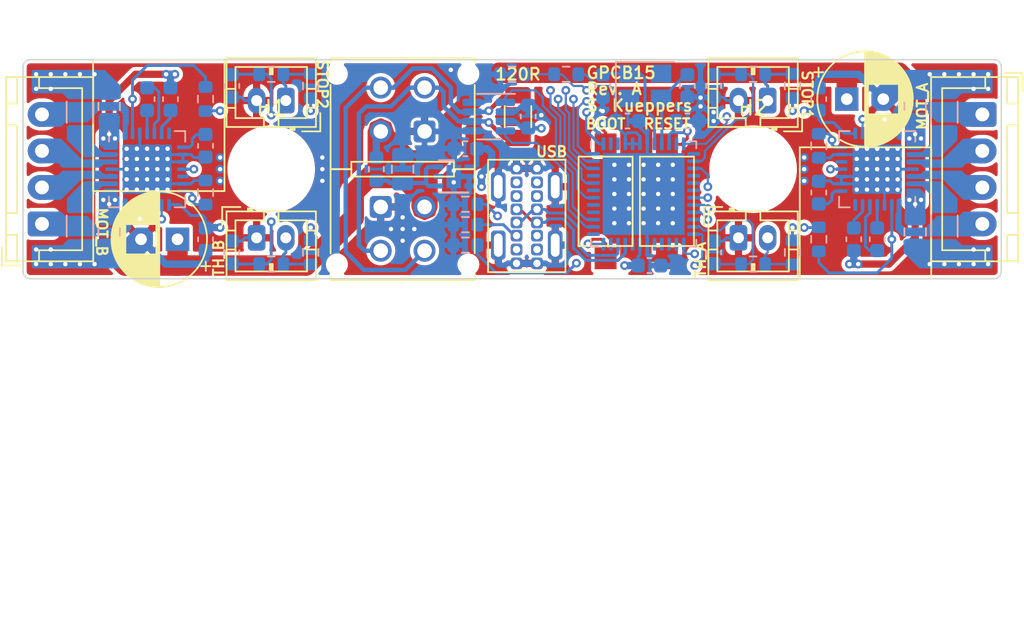
<source format=kicad_pcb>
(kicad_pcb (version 20211014) (generator pcbnew)
  (layers (0 "F.Cu" signal) (1 "In1.Cu" signal) (2 "In2.Cu" signal) (31 "B.Cu" signal) (34 "B.Paste" user) (35 "F.Paste" user) (36 "B.SilkS" user "B.Silkscreen") (37 "F.SilkS" user "F.Silkscreen") (38 "B.Mask" user) (39 "F.Mask" user) (44 "Edge.Cuts" user))
  (net 0 "")
  (net 8 "Net-(C10-Pad2)")
  (net 9 "Net-(J10-PadA4)")
  (net 10 "Net-(C5-Pad1)")
  (net 11 "Net-(C5-Pad2)")
  (net 12 "Net-(C6-Pad1)")
  (net 13 "/USB_DM")
  (net 14 "/USB_DP")
  (net 15 "GND")
  (net 16 "Net-(C3-Pad2)")
  (net 17 "Net-(C4-Pad2)")
  (net 20 "+VDC")
  (net 21 "+3V3")
  (net 22 "Net-(C13-Pad1)")
  (net 23 "Net-(C13-Pad2)")
  (net 24 "Net-(C14-Pad2)")
  (net 25 "Net-(C16-Pad1)")
  (net 32 "/CANH")
  (net 33 "/CANL")
  (net 38 "/CAN_RX")
  (net 39 "/CAN_TX")
  (net 40 "/BOOT0")
  (net 41 "/ENDSTOP1")
  (net 42 "/ENDSTOP2")
  (net 43 "Net-(J7-Pad1)")
  (net 44 "Net-(J8-Pad1)")
  (net 45 "Net-(C29-Pad2)")
  (net 50 "/CHAM_THERM")
  (net 53 "/NRST")
  (net 55 "Net-(J3-Pad2)")
  (net 56 "Net-(J4-Pad2)")
  (net 59 "/MA_THERM")
  (net 60 "/MB_THERM")
  (net 61 "/MA_A2")
  (net 62 "/MA_A1")
  (net 63 "/MA_B1")
  (net 64 "/MA_B2")
  (net 65 "/MB_B2")
  (net 66 "/MB_B1")
  (net 67 "/MB_A1")
  (net 68 "/MB_A2")
  (net 69 "/MA_BRB")
  (net 70 "/MA_BRA")
  (net 71 "/MA_UART")
  (net 72 "/MA_ENN")
  (net 73 "/MB_UART")
  (net 74 "/MB_ENN")
  (net 75 "/MB_BRB")
  (net 76 "/MB_BRA")
  (net 77 "/MA_DIAG")
  (net 78 "/MA_STEP")
  (net 79 "/MA_DIR")
  (net 80 "/MA_UART_RX")
  (net 81 "/MB_UART_RX")
  (net 82 "/MB_DIAG")
  (net 83 "/MB_STEP")
  (net 84 "/MB_DIR")
  (net 86 "Net-(J10-PadA5)")
  (net 88 "Net-(J10-PadB5)")
  (footprint "Project:MountingHole_3.2mm_M3" (layer "F.Cu") (at 161.5 92)
    (fp_text reference "H2")
    (fp_text value "MountingHole")
  )
  (footprint "Project:Molex_Micro-Fit_3.0_43045-0412_2x02_P3.00mm_Vertical" (layer "F.Cu") (at 139 89.415 180)
    (fp_text reference "J2" hide)
    (fp_text value "CAN_OUT")
  )
  (footprint "Project:MountingHole_3.2mm_M3" (layer "F.Cu") (at 128.5 92)
    (fp_text reference "H1")
    (fp_text value "MountingHole")
  )
  (footprint "Connector_JST:JST_XH_B4B-XH-A_1x04_P2.50mm_Vertical" (layer "F.Cu") (at 112.8 95.75 90)
    (fp_text reference "J6" hide)
    (fp_text value "Conn_01x04_Male")
  )
  (footprint "Connector_JST:JST_PH_B2B-PH-K_1x02_P2.00mm_Vertical" (layer "F.Cu") (at 127.5 96.7)
    (fp_text reference "J4" hide)
    (fp_text value "M1_THERM")
  )
  (footprint "Project:TMC2209-Heatsink" (layer "F.Cu") (at 120.8 89)
    (fp_text reference "HS2" hide)
    (fp_text value "Heatsink")
  )
  (footprint "Capacitor_THT:CP_Radial_D6.3mm_P2.50mm" (layer "F.Cu") (at 122.082379 96.8 180)
    (fp_text reference "C17" hide)
    (fp_text value "100u/35V/105°C")
  )
  (footprint "Button_Switch_SMD:SW_SPST_CK_RS282G05A3" (layer "F.Cu") (at 155.6 94.2 -90)
    (fp_text reference "SW2" hide)
    (fp_text value "SW_Push")
  )
  (footprint "Project:TMC2209-Heatsink" (layer "F.Cu") (at 169.2 95)
    (fp_text reference "HS1" hide)
    (fp_text value "Heatsink")
  )
  (footprint "Connector_JST:JST_PH_B2B-PH-K_1x02_P2.00mm_Vertical" (layer "F.Cu") (at 162.5 87.3 180)
    (fp_text reference "J7" hide)
    (fp_text value "ENDSTOP1")
  )
  (footprint "Capacitor_THT:CP_Radial_D6.3mm_P2.50mm" (layer "F.Cu") (at 167.917621 87.2)
    (fp_text reference "C1" hide)
    (fp_text value "100u/35V/105°C")
  )
  (footprint "Connector_JST:JST_PH_B2B-PH-K_1x02_P2.00mm_Vertical" (layer "F.Cu") (at 129.5 87.3 180)
    (fp_text reference "J8" hide)
    (fp_text value "ENDSTOP2")
  )
  (footprint "Project:TYPE-C 16PLC-H10.0" (layer "F.Cu") (at 146 95.2 -90)
    (fp_text reference "J10" hide)
    (fp_text value "USB_C_Receptacle_USB2.0")
  )
  (footprint "Project:Molex_Micro-Fit_3.0_43045-0412_2x02_P3.00mm_Vertical" (layer "F.Cu") (at 136 94.585)
    (fp_text reference "J1" hide)
    (fp_text value "CAN_IN")
  )
  (footprint "Resistor_SMD:R_1206_3216Metric" (layer "F.Cu") (at 145.4 88.4 90)
    (fp_text reference "R19" hide)
    (fp_text value "N.M. (120R)")
  )
  (footprint "Button_Switch_SMD:SW_SPST_CK_RS282G05A3" (layer "F.Cu") (at 151.4 94.2 90)
    (fp_text reference "SW1" hide)
    (fp_text value "SW_Push")
  )
  (footprint "Connector_JST:JST_XH_B4B-XH-A_1x04_P2.50mm_Vertical" (layer "F.Cu") (at 177.2 88.25 -90)
    (fp_text reference "J5" hide)
    (fp_text value "Conn_01x04_Male")
  )
  (footprint "Connector_JST:JST_PH_B2B-PH-K_1x02_P2.00mm_Vertical" (layer "F.Cu") (at 160.5 96.7)
    (fp_text reference "J3" hide)
    (fp_text value "M0_THERM")
  )
  (footprint "Capacitor_SMD:C_0603_1608Metric" (layer "B.Cu") (at 154.4 98.6 180)
    (fp_text reference "C26" hide)
    (fp_text value "100n/X5R/50V")
  )
  (footprint "Capacitor_SMD:C_0603_1608Metric" (layer "B.Cu") (at 146.1 88.4 -90)
    (fp_text reference "C22" hide)
    (fp_text value "4.7u/X5R/10V")
  )
  (footprint "Resistor_SMD:R_1206_3216Metric" (layer "B.Cu") (at 115.4 95.9 90)
    (fp_text reference "R10" hide)
    (fp_text value "0R11")
  )
  (footprint "Package_TO_SOT_SMD:SOT-23-8" (layer "B.Cu") (at 143.4 88.4 180)
    (fp_text reference "U4" hide)
    (fp_text value "MAX3051EKA+T")
  )
  (footprint "Resistor_SMD:R_0603_1608Metric" (layer "B.Cu") (at 166 90.4 -90)
    (fp_text reference "R3" hide)
    (fp_text value "10K")
  )
  (footprint "Resistor_SMD:R_1206_3216Metric" (layer "B.Cu") (at 115.4 88.1 -90)
    (fp_text reference "R9" hide)
    (fp_text value "0R11")
  )
  (footprint "Resistor_SMD:R_0603_1608Metric" (layer "B.Cu") (at 124 93.6 90)
    (fp_text reference "R7" hide)
    (fp_text value "10K")
  )
  (footprint "Capacitor_SMD:C_0603_1608Metric" (layer "B.Cu") (at 125.8 86.3 90)
    (fp_text reference "C28" hide)
    (fp_text value "100n/X5R/50V")
  )
  (footprint "Capacitor_SMD:C_0603_1608Metric" (layer "B.Cu") (at 157 86.3 90)
    (fp_text reference "C4" hide)
    (fp_text value "22p/NP0")
  )
  (footprint "Resistor_SMD:R_0603_1608Metric" (layer "B.Cu") (at 131.2 86.3 90)
    (fp_text reference "R23" hide)
    (fp_text value "4.7K")
  )
  (footprint "Capacitor_SMD:C_0805_2012Metric" (layer "B.Cu") (at 117.4 96.3 90)
    (fp_text reference "C12" hide)
    (fp_text value "1u/X5R/50V")
  )
  (footprint "Resistor_SMD:R_0603_1608Metric" (layer "B.Cu") (at 161.5 85.5)
    (fp_text reference "R20" hide)
    (fp_text value "4.7K")
  )
  (footprint "Capacitor_SMD:C_0603_1608Metric" (layer "B.Cu") (at 157 88.7 180)
    (fp_text reference "C21" hide)
    (fp_text value "100n/X5R/50V")
  )
  (footprint "Resistor_SMD:R_0603_1608Metric" (layer "B.Cu") (at 128.5 85.5)
    (fp_text reference "R21" hide)
    (fp_text value "4.7K")
  )
  (footprint "Resistor_SMD:R_0603_1608Metric" (layer "B.Cu") (at 148.7 85.5 180)
    (fp_text reference "R14" hide)
    (fp_text value "4.7K")
  )
  (footprint "Inductor_SMD:L_0603_1608Metric" (layer "B.Cu") (at 135.7 92 -90)
    (fp_text reference "FB1" hide)
    (fp_text value "600R@100MHz")
  )
  (footprint "Resistor_SMD:R_0603_1608Metric" (layer "B.Cu") (at 141.8 97.2 180)
    (fp_text reference "R16" hide)
    (fp_text value "10K")
  )
  (footprint "Resistor_SMD:R_1206_3216Metric" (layer "B.Cu") (at 174.6 88.1 -90)
    (fp_text reference "R2" hide)
    (fp_text value "0R11")
  )
  (footprint "Capacitor_SMD:C_0603_1608Metric" (layer "B.Cu") (at 152.9 88.7 180)
    (fp_text reference "C24" hide)
    (fp_text value "100n/X5R/50V")
  )
  (footprint "Capacitor_SMD:C_0603_1608Metric" (layer "B.Cu") (at 170 96.8 -90)
    (fp_text reference "C5" hide)
    (fp_text value "22n/X5R/50V")
  )
  (footprint "Capacitor_SMD:C_0805_2012Metric" (layer "B.Cu") (at 117.4 87.7 -90)
    (fp_text reference "C15" hide)
    (fp_text value "1u/X5R/50V")
  )
  (footprint "Capacitor_SMD:C_0603_1608Metric" (layer "B.Cu") (at 124 90.4 90)
    (fp_text reference "C14" hide)
    (fp_text value "4.7u/X5R/10V")
  )
  (footprint "Capacitor_SMD:C_0603_1608Metric" (layer "B.Cu") (at 166 93.6 -90)
    (fp_text reference "C10" hide)
    (fp_text value "4.7u/X5R/10V")
  )
  (footprint "Capacitor_SMD:C_0805_2012Metric" (layer "B.Cu") (at 172.6 87.7 -90)
    (fp_text reference "C8" hide)
    (fp_text value "1u/X5R/50V")
  )
  (footprint "Resistor_SMD:R_0603_1608Metric" (layer "B.Cu") (at 145 85.5 180)
    (fp_text reference "TH1" hide)
    (fp_text value "Thermistor")
  )
  (footprint "Resistor_SMD:R_1206_3216Metric" (layer "B.Cu") (at 174.6 95.9 90)
    (fp_text reference "R1" hide)
    (fp_text value "0R11")
  )
  (footprint "Capacitor_SMD:C_0603_1608Metric" (layer "B.Cu") (at 151.2 86.3 90)
    (fp_text reference "C3" hide)
    (fp_text value "22p/NP0")
  )
  (footprint "Capacitor_SMD:C_0603_1608Metric" (layer "B.Cu") (at 158.8 97.7 -90)
    (fp_text reference "C11" hide)
    (fp_text value "100n/X5R/50V")
  )
  (footprint "Resistor_SMD:R_0603_1608Metric" (layer "B.Cu") (at 141.8 95.8 180)
    (fp_text reference "R13" hide)
    (fp_text value "5.1K")
  )
  (footprint "Capacitor_SMD:C_0603_1608Metric" (layer "B.Cu") (at 121.6 87.2 90)
    (fp_text reference "C16" hide)
    (fp_text value "100n/X5R/50V")
  )
  (footprint "Project:QFN-28-1EP_5x5mm_P0.5mm_EP3.35x3.35mm" (layer "B.Cu") (at 170 92 90)
    (fp_text reference "U1" hide)
    (fp_text value "TMC2209-LA-T")
  )
  (footprint "Capacitor_SMD:C_0603_1608Metric" (layer "B.Cu") (at 158.8 86.3 90)
    (fp_text reference "C27" hide)
    (fp_text value "100n/X5R/50V")
  )
  (footprint "Resistor_SMD:R_0603_1608Metric" (layer "B.Cu") (at 161.5 98.5)
    (fp_text reference "R5" hide)
    (fp_text value "4.7K")
  )
  (footprint "Capacitor_SMD:C_0603_1608Metric" (layer "B.Cu") (at 166 87.2 -90)
    (fp_text reference "C7" hide)
    (fp_text value "100n/X5R/50V")
  )
  (footprint "Resistor_SMD:R_0603_1608Metric" (layer "B.Cu") (at 141.8 94.4 180)
    (fp_text reference "R15" hide)
    (fp_text value "5.1K")
  )
  (footprint "Capacitor_SMD:C_0603_1608Metric" (layer "B.Cu") (at 168.4 96.8 -90)
    (fp_text reference "C6" hide)
    (fp_text value "100n/X5R/50V")
  )
  (footprint "Package_DFN_QFN:DFN-6-1EP_2x2mm_P0.65mm_EP1x1.6mm" (layer "B.Cu") (at 141 92.5 180)
    (fp_text reference "U5" hide)
    (fp_text value "NCP730BMT330TBG")
  )
  (footprint "Capacitor_SMD:C_0603_1608Metric" (layer "B.Cu") (at 124 96.8 90)
    (fp_text reference "C2" hide)
    (fp_text value "100n/X5R/50V")
  )
  (footprint "Crystal:Crystal_SMD_3225-4Pin_3.2x2.5mm" (layer "B.Cu") (at 154.1 86.3)
    (fp_text reference "Y1" hide)
    (fp_text value "Crystal_GND24")
  )
  (footprint "Resistor_SMD:R_0603_1608Metric" (layer "B.Cu") (at 131.2 97.7 -90)
    (fp_text reference "R12" hide)
    (fp_text value "4.7K")
  )
  (footprint "Resistor_SMD:R_0603_1608Metric" (layer "B.Cu") (at 128.5 98.5)
    (fp_text reference "R11" hide)
    (fp_text value "4.7K")
  )
  (footprint "Capacitor_SMD:C_0805_2012Metric" (layer "B.Cu") (at 137.5 92 -90)
    (fp_text reference "C29" hide)
    (fp_text value "1u/X5R/50V")
  )
  (footprint "Resistor_SMD:R_0603_1608Metric" (layer "B.Cu") (at 164.2 86.3 90)
    (fp_text reference "R22" hide)
    (fp_text value "4.7K")
  )
  (footprint "Capacitor_SMD:C_0603_1608Metric" (layer "B.Cu") (at 120 87.2 90)
    (fp_text reference "C13" hide)
    (fp_text value "22n/X5R/50V")
  )
  (footprint "Resistor_SMD:R_0603_1608Metric" (layer "B.Cu") (at 164.2 97.7 -90)
    (fp_text reference "R6" hide)
    (fp_text value "4.7K")
  )
  (footprint "Capacitor_SMD:C_0805_2012Metric" (layer "B.Cu") (at 172.6 96.3 90)
    (fp_text reference "C9" hide)
    (fp_text value "1u/X5R/50V")
  )
  (footprint "Project:QFN-28-1EP_5x5mm_P0.5mm_EP3.35x3.35mm" (layer "B.Cu") (at 120 92 -90)
    (fp_text reference "U3" hide)
    (fp_text value "TMC2209-LA-T")
  )
  (footprint "Capacitor_SMD:C_0603_1608Metric" (layer "B.Cu") (at 125.8 97.7 -90)
    (fp_text reference "C18" hide)
    (fp_text value "100n/X5R/50V")
  )
  (footprint "Resistor_SMD:R_0603_1608Metric" (layer "B.Cu") (at 124 87.2 90)
    (fp_text reference "R8" hide)
    (fp_text value "10K")
  )
  (footprint "Resistor_SMD:R_0603_1608Metric" (layer "B.Cu") (at 166 96.8 -90)
    (fp_text reference "R4" hide)
    (fp_text value "10K")
  )
  (footprint "Capacitor_SMD:C_0603_1608Metric" (layer "B.Cu") (at 141.8 90.6)
    (fp_text reference "C30" hide)
    (fp_text value "4.7u/X5R/10V")
  )
  (footprint "Package_DFN_QFN:QFN-48-1EP_7x7mm_P0.5mm_EP5.6x5.6mm" (layer "B.Cu") (at 154 93.7 -90)
    (fp_text reference "U2" hide)
    (fp_text value "STM32G0B1CEU6")
  )
  (gr_arc (start 178.5 99) (mid 178.353553 99.353553) (end 178 99.5) (layer "Edge.Cuts") (width 0.1))
  (gr_line (start 111.5 85) (end 111.5 99) (layer "Edge.Cuts") (width 0.1))
  (gr_line (start 112 99.5) (end 178 99.5) (layer "Edge.Cuts") (width 0.1))
  (gr_arc (start 111.5 85) (mid 111.646447 84.646447) (end 112 84.5) (layer "Edge.Cuts") (width 0.1))
  (gr_arc (start 112 99.5) (mid 111.646447 99.353553) (end 111.5 99) (layer "Edge.Cuts") (width 0.1))
  (gr_line (start 178.5 99) (end 178.5 85) (layer "Edge.Cuts") (width 0.1))
  (gr_line (start 178 84.5) (end 112 84.5) (layer "Edge.Cuts") (width 0.1))
  (gr_arc (start 178 84.5) (mid 178.353553 84.646447) (end 178.5 85) (layer "Edge.Cuts") (width 0.1))
  (gr_text "RESET" (at 155.6 88.9) (layer "F.SilkS") (effects (font (size 0.7 0.7))))
  (gr_text "USB" (at 147.7 90.8) (layer "F.SilkS") (effects (font (size 0.7 0.7))))
  (gr_text "MOT_A" (at 173.1 87.7 90) (layer "F.SilkS") (effects (font (size 0.7 0.7))))
  (gr_text "TH_A" (at 157.9 98.2 90) (layer "F.SilkS") (effects (font (size 0.7 0.7))))
  (gr_text "TH_B" (at 124.9 98.1 90) (layer "F.SilkS") (effects (font (size 0.7 0.7))))
  (gr_text "STOP2" (at 132 86.2 270) (layer "F.SilkS") (effects (font (size 0.7 0.7))))
  (gr_text "GPCB15\n" (at 150 85.4) (layer "F.SilkS") (effects (font (size 0.8 0.8)) (justify left)))
  (gr_text "BOOT" (at 151.4 88.9) (layer "F.SilkS") (effects (font (size 0.7 0.7))))
  (gr_text "\nS. Kueppers" (at 150 87) (layer "F.SilkS") (effects (font (size 0.8 0.8)) (justify left)))
  (gr_text "STOP1\n" (at 165.2 86.9 270) (layer "F.SilkS") (effects (font (size 0.7 0.7))))
  (gr_text "Rev. A" (at 150 86.5) (layer "F.SilkS") (effects (font (size 0.8 0.8)) (justify left)))
  (gr_text "120R" (at 145.4 85.5) (layer "F.SilkS") (effects (font (size 0.8 0.8))))
  (gr_text "MOT_B" (at 116.9 96.3 270) (layer "F.SilkS") (effects (font (size 0.7 0.7))))
  (segment (start 166.625 94.375) (end 166 94.375) (width 0.2) (layer "B.Cu") (net 8))
  (segment (start 167.55 93.5) (end 167.1 93.5) (width 0.2) (layer "B.Cu") (net 8))
  (segment (start 167.1 93.5) (end 166.9 93.7) (width 0.2) (layer "B.Cu") (net 8))
  (segment (start 166.9 94.1) (end 166.625 94.375) (width 0.2) (layer "B.Cu") (net 8))
  (segment (start 166.9 93.7) (end 166.9 94.1) (width 0.2) (layer "B.Cu") (net 8))
  (segment (start 170 96.025) (end 170 94.45) (width 0.2) (layer "B.Cu") (net 10))
  (segment (start 169.2 95.3) (end 169.5 95) (width 0.2) (layer "B.Cu") (net 11))
  (segment (start 169.475 97.575) (end 169.2 97.3) (width 0.2) (layer "B.Cu") (net 11))
  (segment (start 170 97.575) (end 169.475 97.575) (width 0.2) (layer "B.Cu") (net 11))
  (segment (start 169.5 95) (end 169.5 94.45) (width 0.2) (layer "B.Cu") (net 11))
  (segment (start 169.2 97.3) (end 169.2 95.3) (width 0.2) (layer "B.Cu") (net 11))
  (segment (start 169 94.9) (end 168.4 95.5) (width 0.2) (layer "B.Cu") (net 12))
  (segment (start 169 94.45) (end 169 94.9) (width 0.2) (layer "B.Cu") (net 12))
  (segment (start 168.4 95.5) (end 168.4 96.025) (width 0.2) (layer "B.Cu") (net 12))
  (segment (start 146.45 95.65) (end 145.55 94.75) (width 0.2) (layer "F.Cu") (net 13))
  (segment (start 146.7 95.65) (end 146.45 95.65) (width 0.2) (layer "F.Cu") (net 13))
  (segment (start 145.55 94.75) (end 145.3 94.75) (width 0.2) (layer "F.Cu") (net 13))
  (segment (start 149.2 97.4) (end 150.049519 98.249519) (width 0.2) (layer "B.Cu") (net 13))
  (segment (start 147.25 95.65) (end 147.5 95.4) (width 0.2) (layer "B.Cu") (net 13))
  (segment (start 146.7 95.65) (end 147.25 95.65) (width 0.2) (layer "B.Cu") (net 13))
  (segment (start 152.75 97.75) (end 152.75 97.1375) (width 0.2) (layer "B.Cu") (net 13))
  (segment (start 149.2 96.144296) (end 149.2 97.4) (width 0.2) (layer "B.Cu") (net 13))
  (segment (start 150.049519 98.249519) (end 152.250481 98.249519) (width 0.2) (layer "B.Cu") (net 13))
  (segment (start 147.5 95.4) (end 148.455704 95.4) (width 0.2) (layer "B.Cu") (net 13))
  (segment (start 152.250481 98.249519) (end 152.75 97.75) (width 0.2) (layer "B.Cu") (net 13))
  (segment (start 148.455704 95.4) (end 149.2 96.144296) (width 0.2) (layer "B.Cu") (net 13))
  (segment (start 148.55 95) (end 149.54952 95.999521) (width 0.2) (layer "B.Cu") (net 14))
  (segment (start 147.25 94.75) (end 147.5 95) (width 0.2) (layer "B.Cu") (net 14))
  (segment (start 152.1 97.9) (end 152.25 97.75) (width 0.2) (layer "B.Cu") (net 14))
  (segment (start 146.7 94.75) (end 146.45 94.75) (width 0.2) (layer "B.Cu") (net 14))
  (segment (start 149.54952 97.255224) (end 150.194296 97.9) (width 0.2) (layer "B.Cu") (net 14))
  (segment (start 146.7 94.75) (end 147.25 94.75) (width 0.2) (layer "B.Cu") (net 14))
  (segment (start 145.55 95.65) (end 145.3 95.65) (width 0.2) (layer "B.Cu") (net 14))
  (segment (start 147.5 95) (end 148.55 95) (width 0.2) (layer "B.Cu") (net 14))
  (segment (start 152.25 97.75) (end 152.25 97.1375) (width 0.2) (layer "B.Cu") (net 14))
  (segment (start 149.54952 95.999521) (end 149.54952 97.255224) (width 0.2) (layer "B.Cu") (net 14))
  (segment (start 146.45 94.75) (end 145.55 95.65) (width 0.2) (layer "B.Cu") (net 14))
  (segment (start 150.194296 97.9) (end 152.1 97.9) (width 0.2) (layer "B.Cu") (net 14))
  (via (at 155 94.7) (size 0.6) (drill 0.3) (layers "F.Cu" "B.Cu") (net 15))
  (via (at 165 92.8) (size 0.6) (drill 0.3) (layers "F.Cu" "B.Cu") (net 15))
  (via (at 165 91.2) (size 0.6) (drill 0.3) (layers "F.Cu" "B.Cu") (net 15))
  (via (at 114.4 85.5) (size 0.6) (drill 0.3) (layers "F.Cu" "B.Cu") (net 15))
  (via (at 173.6 98.5) (size 0.6) (drill 0.3) (layers "F.Cu" "B.Cu") (net 15))
  (via (at 168.6 92) (size 0.6) (drill 0.3) (layers "F.Cu" "B.Cu") (net 15))
  (via (at 125 92) (size 0.6) (drill 0.3) (layers "F.Cu" "B.Cu") (net 15))
  (via (at 170.7 92.7) (size 0.6) (drill 0.3) (layers "F.Cu" "B.Cu") (net 15))
  (via (at 120.7 90.6) (size 0.6) (drill 0.3) (layers "F.Cu" "B.Cu") (net 15))
  (via (at 154 95.7) (size 0.6) (drill 0.3) (layers "F.Cu" "B.Cu") (net 15))
  (via (at 171.4 90.6) (size 0.6) (drill 0.3) (layers "F.Cu" "B.Cu") (net 15))
  (via (at 154 92.7) (size 0.6) (drill 0.3) (layers "F.Cu" "B.Cu") (net 15))
  (via (at 156 94.7) (size 0.6) (drill 0.3) (layers "F.Cu" "B.Cu") (net 15))
  (via (at 113.4 85.5) (size 0.6) (drill 0.3) (layers "F.Cu" "B.Cu") (net 15))
  (via (at 170.7 90.6) (size 0.6) (drill 0.3) (layers "F.Cu" "B.Cu") (net 15))
  (via (at 156 92.7) (size 0.6) (drill 0.3) (layers "F.Cu" "B.Cu") (net 15))
  (via (at 169.3 92.7) (size 0.6) (drill 0.3) (layers "F.Cu" "B.Cu") (net 15))
  (via (at 168.6 92.7) (size 0.6) (drill 0.3) (layers "F.Cu" "B.Cu") (net 15))
  (via (at 112.4 86.5) (size 0.6) (drill 0.3) (layers "F.Cu" "B.Cu") (net 15))
  (via (at 132 92) (size 0.6) (drill 0.3) (layers "F.Cu" "B.Cu") (net 15))
  (via (at 177.6 85.5) (size 0.6) (drill 0.3) (layers "F.Cu" "B.Cu") (net 15))
  (via (at 175.6 98.5) (size 0.6) (drill 0.3) (layers "F.Cu" "B.Cu") (net 15))
  (via (at 120 93.4) (size 0.6) (drill 0.3) (layers "F.Cu" "B.Cu") (net 15))
  (via (at 152 95.7) (size 0.6) (drill 0.3) (layers "F.Cu" "B.Cu") (net 15))
  (via (at 120.7 92) (size 0.6) (drill 0.3) (layers "F.Cu" "B.Cu") (net 15))
  (via (at 141 92.9) (size 0.6) (drill 0.3) (layers "F.Cu" "B.Cu") (net 15))
  (via (at 115.4 85.5) (size 0.6) (drill 0.3) (layers "F.Cu" "B.Cu") (net 15))
  (via (at 171.4 91.3) (size 0.6) (drill 0.3) (layers "F.Cu" "B.Cu") (net 15))
  (via (at 118.6 93.4) (size 0.6) (drill 0.3) (layers "F.Cu" "B.Cu") (net 15))
  (via (at 175.6 85.5) (size 0.6) (drill 0.3) (layers "F.Cu" "B.Cu") (net 15))
  (via (at 174.6 85.5) (size 0.6) (drill 0.3) (layers "F.Cu" "B.Cu") (net 15))
  (via (at 140.8 85.2) (size 0.6) (drill 0.3) (layers "F.Cu" "B.Cu") (net 15))
  (via (at 170.7 91.3) (size 0.6) (drill 0.3) (layers "F.Cu" "B.Cu") (net 15))
  (via (at 132 92.8) (size 0.6) (drill 0.3) (layers "F.Cu" "B.Cu") (net 15))
  (via (at 176.6 97.5) (size 0.6) (drill 0.3) (layers "F.Cu" "B.Cu") (net 15))
  (via (at 120 92.7) (size 0.6) (drill 0.3) (layers "F.Cu" "B.Cu") (net 15))
  (via (at 120.7 93.4) (size 0.6) (drill 0.3) (layers "F.Cu" "B.Cu") (net 15))
  (via (at 170.7 92) (size 0.6) (drill 0.3) (layers "F.Cu" "B.Cu") (net 15))
  (via (at 171.4 92.7) (size 0.6) (drill 0.3) (layers "F.Cu" "B.Cu") (net 15))
  (via (at 121.4 92) (size 0.6) (drill 0.3) (layers "F.Cu" "B.Cu") (net 15))
  (via (at 138.3 96.1) (size 0.6) (drill 0.3) (layers "F.Cu" "B.Cu") (net 15))
  (via (at 113.4 97.5) (size 0.6) (drill 0.3) (layers "F.Cu" "B.Cu") (net 15))
  (via (at 171.4 92) (size 0.6) (drill 0.3) (layers "F.Cu" "B.Cu") (net 15))
  (via (at 153 92.7) (size 0.6) (drill 0.3) (layers "F.Cu" "B.Cu") (net 15))
  (via (at 155 91.7) (size 0.6) (drill 0.3) (layers "F.Cu" "B.Cu") (net 15))
  (via (at 157.9 87.1) (size 0.6) (drill 0.3) (layers "F.Cu" "B.Cu") (net 15))
  (via (at 170 92) (size 0.6) (drill 0.3) (layers "F.Cu" "B.Cu") (net 15))
  (via (at 170 93.4) (size 0.6) (drill 0.3) (layers "F.Cu" "B.Cu") (net 15))
  (via (at 176.6 98.5) (size 0.6) (drill 0.3) (layers "F.Cu" "B.Cu") (net 15))
  (via (at 174.6 98.5) (size 0.6) (drill 0.3) (layers "F.Cu" "B.Cu") (net 15))
  (via (at 113.4 98.5) (size 0.6) (drill 0.3) (layers "F.Cu" "B.Cu") (net 15))
  (via (at 121.4 93.4) (size 0.6) (drill 0.3) (layers "F.Cu" "B.Cu") (net 15))
  (via (at 113.4 86.5) (size 0.6) (drill 0.3) (layers "F.Cu" "B.Cu") (net 15))
  (via (at 156 95.7) (size 0.6) (drill 0.3) (layers "F.Cu" "B.Cu") (net 15))
  (via (at 155 93.7) (size 0.6) (drill 0.3) (layers "F.Cu" "B.Cu") (net 15))
  (via (at 153 93.7) (size 0.6) (drill 0.3) (layers "F.Cu" "B.Cu") (net 15))
  (via (at 156 91.7) (size 0.6) (drill 0.3) (layers "F.Cu" "B.Cu") (net 15))
  (via (at 155 92.7) (size 0.6) (drill 0.3) (layers "F.Cu" "B.Cu") (net 15))
  (via (at 116.4 98.5) (size 0.6) (drill 0.3) (layers "F.Cu" "B.Cu") (net 15))
  (via (at 118.6 92.7) (size 0.6) (drill 0.3) (layers "F.Cu" "B.Cu") (net 15))
  (via (at 158.8 88.7) (size 0.6) (drill 0.3) (layers "F.Cu" "B.Cu") (net 15))
  (via (at 152 94.7) (size 0.6) (drill 0.3) (layers "F.Cu" "B.Cu") (net 15))
  (via (at 152 93.7) (size 0.6) (drill 0.3) (layers "F.Cu" "B.Cu") (net 15))
  (via (at 173.6 85.5) (size 0.6) (drill 0.3) (layers "F.Cu" "B.Cu") (net 15))
  (via (at 157.9 87.7) (size 0.6) (drill 0.3) (layers "F.Cu" "B.Cu") (net 15))
  (via (at 152 92.7) (size 0.6) (drill 0.3) (layers "F.Cu" "B.Cu") (net 15))
  (via (at 158.8 88.1) (size 0.6) (drill 0.3) (layers "F.Cu" "B.Cu") (net 15))
  (via (at 137.5 96.1) (size 0.6) (drill 0.3) (layers "F.Cu" "B.Cu") (net 15))
  (via (at 176.6 86.5) (size 0.6) (drill 0.3) (layers "F.Cu" "B.Cu") (net 15))
  (via (at 119.3 91.3) (size 0.6) (drill 0.3) (layers "F.Cu" "B.Cu") (net 15))
  (via (at 151.2 88.025) (size 0.6) (drill 0.3) (layers "F.Cu" "B.Cu") (net 15))
  (via (at 177.6 98.5) (size 0.6) (drill 0.3) (layers "F.Cu" "B.Cu") (net 15))
  (via (at 165 92) (size 0.6) (drill 0.3) (layers "F.Cu" "B.Cu") (net 15))
  (via (at 156 93.7) (size 0.6) (drill 0.3) (layers "F.Cu" "B.Cu") (net 15))
  (via (at 169.3 92) (size 0.6) (drill 0.3) (layers "F.Cu" "B.Cu") (net 15))
  (via (at 112.4 97.5) (size 0.6) (drill 0.3) (layers "F.Cu" "B.Cu") (net 15))
  (via (at 170 91.3) (size 0.6) (drill 0.3) (layers "F.Cu" "B.Cu") (net 15))
  (via (at 120.7 92.7) (size 0.6) (drill 0.3) (layers "F.Cu" "B.Cu") (net 15))
  (via (at 169.3 91.3) (size 0.6) (drill 0.3) (layers "F.Cu" "B.Cu") (net 15))
  (via (at 121.4 92.7) (size 0.6) (drill 0.3) (layers "F.Cu" "B.Cu") (net 15))
  (via (at 119.3 93.4) (size 0.6) (drill 0.3) (layers "F.Cu" "B.Cu") (net 15))
  (via (at 147 88.3) (size 0.6) (drill 0.3) (layers "F.Cu" "B.Cu") (net 15))
  (via (at 153 95.7) (size 0.6) (drill 0.3) (layers "F.Cu" "B.Cu") (net 15))
  (via (at 176.6 85.5) (size 0.6) (drill 0.3) (layers "F.Cu" "B.Cu") (net 15))
  (via (at 154 93.7) (size 0.6) (drill 0.3) (layers "F.Cu" "B.Cu") (net 15))
  (via (at 137.5 95.3) (size 0.6) (drill 0.3) (layers "F.Cu" "B.Cu") (net 15))
  (via (at 153 94.7) (size 0.6) (drill 0.3) (layers "F.Cu" "B.Cu") (net 15))
  (via (at 169.3 93.4) (size 0.6) (drill 0.3) (layers "F.Cu" "B.Cu") (net 15))
  (via (at 125 91.2) (size 0.6) (drill 0.3) (layers "F.Cu" "B.Cu") (net 15))
  (via (at 119.3 92.7) (size 0.6) (drill 0.3) (layers "F.Cu" "B.Cu") (net 15))
  (via (at 168.6 93.4) (size 0.6) (drill 0.3) (layers "F.Cu" "B.Cu") (net 15))
  (via (at 152 91.7) (size 0.6) (drill 0.3) (layers "F.Cu" "B.Cu") (net 15))
  (via (at 169.3 90.6) (size 0.6) (drill 0.3) (layers "F.Cu" "B.Cu") (net 15))
  (via (at 121.4 91.3) (size 0.6) (drill 0.3) (layers "F.Cu" "B.Cu") (net 15))
  (via (at 121.4 90.6) (size 0.6) (drill 0.3) (layers "F.Cu" "B.Cu") (net 15))
  (via (at 141 92.1) (size 0.6) (drill 0.3) (layers "F.Cu" "B.Cu") (net 15))
  (via (at 120.7 91.3) (size 0.6) (drill 0.3) (layers "F.Cu" "B.Cu") (net 15))
  (via (at 120 90.6) (size 0.6) (drill 0.3) (layers "F.Cu" "B.Cu") (net 15))
  (via (at 170.7 93.4) (size 0.6) (drill 0.3) (layers "F.Cu" "B.Cu") (net 15))
  (via (at 177.6 86.5) (size 0.6) (drill 0.3) (layers "F.Cu" "B.Cu") (net 15))
  (via (at 120 92) (size 0.6) (drill 0.3) (layers "F.Cu" "B.Cu") (net 15))
  (via (at 153 91.7) (size 0.6) (drill 0.3) (layers "F.Cu" "B.Cu") (net 15))
  (via (at 116.4 85.5) (size 0.6) (drill 0.3) (layers "F.Cu" "B.Cu") (net 15))
  (via (at 155 95.7) (size 0.6) (drill 0.3) (layers "F.Cu" "B.Cu") (net 15))
  (via (at 177.6 97.5) (size 0.6) (drill 0.3) (layers "F.Cu" "B.Cu") (net 15))
  (via (at 125 92.8) (size 0.6) (drill 0.3) (layers "F.Cu" "B.Cu") (net 15))
  (via (at 119.3 90.6) (size 0.6) (drill 0.3) (layers "F.Cu" "B.Cu") (net 15))
  (via (at 154 91.7) (size 0.6) (drill 0.3) (layers "F.Cu" "B.Cu") (net 15))
  (via (at 118.6 91.3) (size 0.6) (drill 0.3) (layers "F.Cu" "B.Cu") (net 15))
  (via (at 168.6 91.3) (size 0.6) (drill 0.3) (layers "F.Cu" "B.Cu") (net 15))
  (via (at 115.4 98.5) (size 0.6) (drill 0.3) (layers "F.Cu" "B.Cu") (net 15))
  (via (at 137.5 96.9) (size 0.6) (drill 0.3) (layers "F.Cu" "B.Cu") (net 15))
  (via (at 112.4 85.5) (size 0.6) (drill 0.3) (layers "F.Cu" "B.Cu") (net 15))
  (via (at 154 94.7) (size 0.6) (drill 0.3) (layers "F.Cu" "B.Cu") (net 15))
  (via (at 112.4 98.5) (size 0.6) (drill 0.3) (layers "F.Cu" "B.Cu") (net 15))
  (via (at 170 92.7) (size 0.6) (drill 0.3) (layers "F.Cu" "B.Cu") (net 15))
  (via (at 136.7 96.1) (size 0.6) (drill 0.3) (layers "F.Cu" "B.Cu") (net 15))
  (via (at 118.6 92) (size 0.6) (drill 0.3) (layers "F.Cu" "B.Cu") (net 15))
  (via (at 168.6 90.6) (size 0.6) (drill 0.3) (layers "F.Cu" "B.Cu") (net 15))
  (via (at 120 91.3) (size 0.6) (drill 0.3) (layers "F.Cu" "B.Cu") (net 15))
  (via (at 119.3 92) (size 0.6) (drill 0.3) (layers "F.Cu" "B.Cu") (net 15))
  (via (at 171.4 93.4) (size 0.6) (drill 0.3) (layers "F.Cu" "B.Cu") (net 15))
  (via (at 114.4 98.5) (size 0.6) (drill 0.3) (layers "F.Cu" "B.Cu") (net 15))
  (via (at 170 90.6) (size 0.6) (drill 0.3) (layers "F.Cu" "B.Cu") (net 15))
  (via (at 132 91.2) (size 0.6) (drill 0.3) (layers "F.Cu" "B.Cu") (net 15))
  (via (at 118.6 90.6) (size 0.6) (drill 0.3) (layers "F.Cu" "B.Cu") (net 15))
  (segment (start 117.55 92) (end 120 92) (width 0.2) (layer "B.Cu") (net 15))
  (segment (start 125.8 96.925) (end 126.475 96.925) (width 0.2) (layer "B.Cu") (net 15))
  (segment (start 118.6 92) (end 119.3 92) (width 0.15) (layer "B.Cu") (net 15))
  (segment (start 159.475 87.075) (end 159.7 87.3) (width 0.2) (layer "B.Cu") (net 15))
  (segment (start 121.282379 98.5) (end 119.582379 96.8) (width 0.5) (layer "B.Cu") (net 15))
  (segment (start 154.25 89.65) (end 153.675 89.075) (width 0.2) (layer "B.Cu") (net 15))
  (segment (start 158.8 87.075) (end 159.475 87.075) (width 0.2) (layer "B.Cu") (net 15))
  (segment (start 154.25 93.45) (end 154 93.7) (width 0.2) (layer "B.Cu") (net 15))
  (segment (start 126.7 87.3) (end 127.5 87.3) (width 0.2) (layer "B.Cu") (net 15))
  (segment (start 169.5 92.5) (end 170 92) (width 0.2) (layer "B.Cu") (net 15))
  (segment (start 153.675 89.075) (end 153.675 88.7) (width 0.2) (layer "B.Cu") (net 15))
  (segment (start 158.8 96.925) (end 159.475 96.925) (width 0.2) (layer "B.Cu") (net 15))
  (segment (start 124 98.2) (end 123.7 98.5) (width 0.5) (layer "B.Cu") (net 15))
  (segment (start 170 89.55) (end 170 90.6) (width 0.15) (layer "B.Cu") (net 15))
  (segment (start 123.2 91.2) (end 123.975 91.2) (width 0.2) (layer "B.Cu") (net 15))
  (segment (start 170.5 94.45) (end 170.5 92.5) (width 0.15) (layer "B.Cu") (net 15))
  (segment (start 167.55 92.5) (end 167.55 93) (width 0.2) (layer "B.Cu") (net 15))
  (segment (start 167.55 93) (end 169 93) (width 0.2) (layer "B.Cu") (net 15))
  (segment (start 147 88.079652) (end 146.545348 87.625) (width 0.3) (layer "B.Cu") (net 15))
  (segment (start 167.55 91) (end 169 91) (width 0.2) (layer "B.Cu") (net 15))
  (segment (start 145.675 87.625) (end 146.1 87.625) (width 0.3) (layer "B.Cu") (net 15))
  (segment (start 147 88.3) (end 147 88.079652) (width 0.3) (layer "B.Cu") (net 15))
  (segment (start 123.7 98.5) (end 121.282379 98.5) (width 0.5) (layer "B.Cu") (net 15))
  (segment (start 121 91) (end 120 92) (width 0.2) (layer "B.Cu") (net 15))
  (segment (start 154.25 90.2625) (end 154.25 93.45) (width 0.2) (layer "B.Cu") (net 15))
  (segment (start 146.545348 87.625) (end 146.1 87.625) (width 0.3) (layer "B.Cu") (net 15))
  (segment (start 119.5 89.55) (end 119.5 90.4) (width 0.2) (layer "B.Cu") (net 15))
  (segment (start 120 94.45) (end 120 93.4) (width 0.2) (layer "B.Cu") (net 15))
  (segment (start 167.55 93) (end 167 93) (width 0.2) (layer "B.Cu") (net 15))
  (segment (start 169 93) (end 170 92) (width 0.2) (layer "B.Cu") (net 15))
  (segment (start 122.45 91) (end 121 91) (width 0.2) (layer "B.Cu") (net 15))
  (segment (start 167 91) (end 166.775 91.225) (width 0.2) (layer "B.Cu") (net 15))
  (segment (start 170.7 92) (end 170 92) (width 0.15) (layer "B.Cu") (net 15))
  (segment (start 154.25 93.95) (end 154 93.7) (width 0.2) (layer "B.Cu") (net 15))
  (segment (start 166.3 85.5) (end 168.717621 85.5) (width 0.5) (layer "B.Cu") (net 15))
  (segment (start 120 93.4) (end 120 92) (width 0.15) (layer "B.Cu") (net 15))
  (segment (start 122.45 93) (end 121 93) (width 0.2) (layer "B.Cu") (net 15))
  (segment (start 166.025 92.8) (end 166 92.825) (width 0.2) (layer "B.Cu") (net 15))
  (segment (start 123 93) (end 123.225 92.775) (width 0.2) (layer "B.Cu") (net 15))
  (segment (start 159.475 96.925) (end 159.7 96.7) (width 0.2) (layer "B.Cu") (net 15))
  (segment (start 166 85.8) (end 166.3 85.5) (width 0.5) (layer "B.Cu") (net 15))
  (segment (start 122.45 91.5) (end 120.5 91.5) (width 0.2) (layer "B.Cu") (net 15))
  (segment (start 122.45 91.5) (end 122.45 91) (width 0.2) (layer "B.Cu") (net 15))
  (segment (start 144.5375 88.075) (end 145.225 88.075) (width 0.3) (layer "B.Cu") (net 15))
  (segment (start 145.225 88.075) (end 145.675 87.625) (width 0.3) (layer "B.Cu") (net 15))
  (segment (start 122.45 93) (end 123 93) (width 0.2) (layer "B.Cu") (net 15))
  (segment (start 120.5 91.5) (end 120 92) (width 0.2) (layer "B.Cu") (net 15))
  (segment (start 123 91) (end 123.2 91.2) (width 0.2) (layer "B.Cu") (net 15))
  (segment (start 172.45 92) (end 171.4 92) (width 0.2) (layer "B.Cu") (net 15))
  (segment (start 159.7 96.7) (end 160.5 96.7) (width 0.2) (layer "B.Cu") (net 15))
  (segment (start 169 91) (end 170 92) (width 0.2) (layer "B.Cu") (net 15))
  (segment (start 124 97.575) (end 124 98.2) (width 0.5) (layer "B.Cu") (net 15))
  (segment (start 126.475 96.925) (end 126.7 96.7) (width 0.2) (layer "B.Cu") (net 15))
  (segment (start 119.5 91.5) (end 120 92) (width 0.15) (layer "B.Cu") (net 15))
  (segment (start 142.05 92.5) (end 141 92.5) (width 0.3) (layer "B.Cu") (net 15))
  (segment (start 126.475 87.075) (end 126.7 87.3) (width 0.2) (layer "B.Cu") (net 15))
  (segment (start 166 86.425) (end 166 85.8) (width 0.5) (layer "B.Cu") (net 15))
  (segment (start 167 93) (end 166.8 92.8) (width 0.2) (layer "B.Cu") (net 15))
  (segment (start 126.7 96.7) (end 127.5 96.7) (width 0.2) (layer "B.Cu") (net 15))
  (segment (start 166.8 92.8) (end 166.025 92.8) (width 0.2) (layer "B.Cu") (net 15))
  (segment (start 167.55 91) (end 167 91) (width 0.2) (layer "B.Cu") (net 15))
  (segment (start 154.25 97.1375) (end 154.25 93.95) (width 0.2) (layer "B.Cu") (net 15))
  (segment (start 170 90.6) (end 170 92) (width 0.15) (layer "B.Cu") (net 15))
  (segment (start 166.775 91.225) (end 166 91.225) (width 0.2) (layer "B.Cu") (net 15))
  (segment (start 154.25 90.2625) (end 154.25 89.75) (width 0.2) (layer "B.Cu") (net 15))
  (segment (start 119.3 92) (end 120 92) (width 0.15) (layer "B.Cu") (net 15))
  (segment (start 119.5 90.4) (end 119.3 90.6) (width 0.2) (layer "B.Cu") (net 15))
  (segment (start 168.717621 85.5) (end 170.417621 87.2) (width 0.5) (layer "B.Cu") (net 15))
  (segment (start 123.225 92.775) (end 124 92.775) (width 0.2) (layer "B.Cu") (net 15))
  (segment (start 142.05 93.15) (end 142.05 92.5) (width 0.3) (layer "B.Cu") (net 15))
  (segment (start 171.4 92) (end 170.7 92) (width 0.15) (layer "B.Cu") (net 15))
  (segment (start 125.8 87.075) (end 126.475 87.075) (width 0.2) (layer "B.Cu") (net 15))
  (segment (start 159.7 87.3) (end 160.5 87.3) (width 0.2) (layer "B.Cu") (net 15))
  (segment (start 123.975 91.2) (end 124 91.175) (width 0.2) (layer "B.Cu") (net 15))
  (segment (start 122.45 91) (end 123 91) (width 0.2) (layer "B.Cu") (net 15))
  (segment (start 170.5 92.5) (end 170 92) (width 0.15) (layer "B.Cu") (net 15))
  (segment (start 167.55 92.5) (end 169.5 92.5) (width 0.2) (layer "B.Cu") (net 15))
  (segment (start 151.275 85.45) (end 151.2 85.525) (width 0.2) (layer "B.Cu") (net 16))
  (segment (start 154.75 90.1625) (end 154.75 88.55) (width 0.2) (layer "B.Cu") (net 16))
  (segment (start 154.75 88.55) (end 154.1 87.9) (width 0.2) (layer "B.Cu") (net 16))
  (segment (start 153 85.45) (end 151.275 85.45) (width 0.2) (layer "B.Cu") (net 16))
  (segment (start 154.1 87.9) (end 154.1 85.8) (width 0.2) (layer "B.Cu") (net 16))
  (segment (start 153.75 85.45) (end 153 85.45) (width 0.2) (layer "B.Cu") (net 16))
  (segment (start 154.1 85.8) (end 153.75 85.45) (width 0.2) (layer "B.Cu") (net 16))
  (segment (start 155.2 87.15) (end 155.25 87.15) (width 0.2) (layer "B.Cu") (net 17))
  (segment (start 155.25 90.1625) (end 155.25 87.2) (width 0.2) (layer "B.Cu") (net 17))
  (segment (start 155.25 87.15) (end 156.875 85.525) (width 0.2) (layer "B.Cu") (net 17))
  (segment (start 156.875 85.525) (end 157 85.525) (width 0.2) (layer "B.Cu") (net 17))
  (segment (start 155.25 87.2) (end 155.2 87.15) (width 0.2) (layer "B.Cu") (net 17))
  (segment (start 136 91.75) (end 134.15 93.6) (width 1.4) (layer "F.Cu") (net 20))
  (segment (start 144.1 85.4) (end 167.8 85.4) (width 1.4) (layer "F.Cu") (net 20))
  (segment (start 119.2 85.5) (end 117.4 87.3) (width 0.5) (layer "F.Cu") (net 20))
  (segment (start 143.449521 86.075412) (end 143.449521 86.050479) (width 1.4) (layer "F.Cu") (net 20))
  (segment (start 117.4 87.3) (end 117.4 89.6) (width 0.5) (layer "F.Cu") (net 20))
  (segment (start 167.917621 87.2) (end 167.917621 85.517621) (width 1.4) (layer "F.Cu") (net 20))
  (segment (start 140.85 88.674933) (end 143.449521 86.075412) (width 1.4) (layer "F.Cu") (net 20))
  (segment (start 170.8 98.5) (end 172.6 96.7) (width 0.5) (layer "F.Cu") (net 20))
  (segment (start 139 92.25) (end 140.85 90.4) (width 1.4) (layer "F.Cu") (net 20))
  (segment (start 121.9 85.5) (end 119.2 85.5) (width 0.5) (layer "F.Cu") (net 20))
  (segment (start 167.917621 85.517621) (end 167.8 85.4) (width 1.4) (layer "F.Cu") (net 20))
  (segment (start 117.4 94.4) (end 117.4 97.5) (width 1.4) (layer "F.Cu") (net 20))
  (segment (start 136 89.4) (end 136 91.75) (width 1.4) (layer "F.Cu") (net 20))
  (segment (start 143.449521 86.050479) (end 144.1 85.4) (width 1.4) (layer "F.Cu") (net 20))
  (segment (start 172.6 89.6) (end 172.6 86.5) (width 1.4) (layer "F.Cu") (net 20))
  (segment (start 122.082379 96.8) (end 122.082379 98.482379) (width 1.4) (layer "F.Cu") (net 20))
  (segment (start 172.6 96.7) (end 172.6 94.4) (width 0.5) (layer "F.Cu") (net 20))
  (segment (start 130.875067 98.6) (end 121.9 98.6) (width 1.4) (layer "F.Cu") (net 20))
  (segment (start 139 94.6) (end 139 92.25) (width 1.4) (layer "F.Cu") (net 20))
  (segment (start 171.5 85.4) (end 167.8 85.4) (width 1.4) (layer "F.Cu") (net 20))
  (segment (start 140.85 90.4) (end 140.85 88.674933) (width 1.4) (layer "F.Cu") (net 20))
  (segment (start 134.15 95.325067) (end 130.875067 98.6) (width 1.4) (layer "F.Cu") (net 20))
  (segment (start 168.1 98.5) (end 170.8 98.5) (width 0.5) (layer "F.Cu") (net 20))
  (segment (start 167.917621 87.2) (end 167.917621 85.517621) (width 1.4) (layer "F.Cu") (net 20))
  (segment (start 172.6 86.5) (end 171.5 85.4) (width 1.4) (layer "F.Cu") (net 20))
  (segment (start 118.5 98.6) (end 122.2 98.6) (width 1.4) (layer "F.Cu") (net 20))
  (segment (start 117.4 97.5) (end 118.5 98.6) (width 1.4) (layer "F.Cu") (net 20))
  (segment (start 134.15 93.6) (end 134.15 95.325067) (width 1.4) (layer "F.Cu") (net 20))
  (via (at 117.4 89.6) (size 0.6) (drill 0.3) (layers "F.Cu" "B.Cu") (net 20))
  (via (at 168.7 98.5) (size 0.6) (drill 0.3) (layers "F.Cu" "B.Cu") (net 20))
  (via (at 117.8 89.9) (size 0.6) (drill 0.3) (layers "F.Cu" "B.Cu") (net 20))
  (via (at 172.2 94.1) (size 0.6) (drill 0.3) (layers "F.Cu" "B.Cu") (net 20))
  (via (at 117.8 94.1) (size 0.6) (drill 0.3) (layers "F.Cu" "B.Cu") (net 20))
  (via (at 121.3 85.5) (size 0.6) (drill 0.3) (layers "F.Cu" "B.Cu") (net 20))
  (via (at 173 94.1) (size 0.6) (drill 0.3) (layers "F.Cu" "B.Cu") (net 20))
  (via (at 173 89.9) (size 0.6) (drill 0.3) (layers "F.Cu" "B.Cu") (net 20))
  (via (at 172.6 89.6) (size 0.6) (drill 0.3) (layers "F.Cu" "B.Cu") (net 20))
  (via (at 168.1 98.5) (size 0.6) (drill 0.3) (layers "F.Cu" "B.Cu") (net 20))
  (via (at 172.6 94.4) (size 0.6) (drill 0.3) (layers "F.Cu" "B.Cu") (net 20))
  (via (at 117.4 94.4) (size 0.6) (drill 0.3) (layers "F.Cu" "B.Cu") (net 20))
  (via (at 172.2 89.9) (size 0.6) (drill 0.3) (layers "F.Cu" "B.Cu") (net 20))
  (via (at 117 94.1) (size 0.6) (drill 0.3) (layers "F.Cu" "B.Cu") (net 20))
  (via (at 117 89.9) (size 0.6) (drill 0.3) (layers "F.Cu" "B.Cu") (net 20))
  (via (at 121.9 85.5) (size 0.6) (drill 0.3) (layers "F.Cu" "B.Cu") (net 20))
  (segment (start 135.7 91.2125) (end 135.7 89.715) (width 0.5) (layer "B.Cu") (net 20))
  (segment (start 168.4 98.5) (end 168.2 98.5) (width 0.2) (layer "B.Cu") (net 20))
  (segment (start 135.7 89.715) (end 136 89.415) (width 0.5) (layer "B.Cu") (net 20))
  (segment (start 121.6 86.425) (end 121.6 85.5) (width 0.5) (layer "B.Cu") (net 20))
  (segment (start 168.4 97.575) (end 168.4 98.5) (width 0.5) (layer "B.Cu") (net 20))
  (segment (start 121.8 85.5) (end 121.3 85.5) (width 0.5) (layer "B.Cu") (net 20))
  (segment (start 121.9 85.5) (end 121.8 85.5) (width 0.5) (layer "B.Cu") (net 20))
  (segment (start 168.2 98.5) (end 168.7 98.5) (width 0.5) (layer "B.Cu") (net 20))
  (segment (start 121.6 85.5) (end 121.8 85.5) (width 0.2) (layer "B.Cu") (net 20))
  (segment (start 168.1 98.5) (end 168.2 98.5) (width 0.5) (layer "B.Cu") (net 20))
  (segment (start 151.4 89.5) (end 151.4 90.3) (width 0.2) (layer "F.Cu") (net 21))
  (segment (start 151.2 89.3) (end 151.4 89.5) (width 0.2) (layer "F.Cu") (net 21))
  (segment (start 151.2 88.9) (end 151.2 89.3) (width 0.2) (layer "F.Cu") (net 21))
  (via (at 151.2 88.9) (size 0.6) (drill 0.3) (layers "F.Cu" "B.Cu") (net 21))
  (via (at 131.2 88) (size 0.6) (drill 0.3) (layers "F.Cu" "B.Cu") (net 21))
  (via (at 147 89.2) (size 0.6) (drill 0.3) (layers "F.Cu" "B.Cu") (net 21))
  (via (at 125 96) (size 0.6) (drill 0.3) (layers "F.Cu" "B.Cu") (net 21))
  (via (at 164.2 88) (size 0.6) (drill 0.3) (layers "F.Cu" "B.Cu") (net 21))
  (via (at 165 96) (size 0.6) (drill 0.3) (layers "F.Cu" "B.Cu") (net 21))
  (via (at 165 88) (size 0.6) (drill 0.3) (layers "F.Cu" "B.Cu") (net 21))
  (via (at 142.9 93.2) (size 0.6) (drill 0.3) (layers "F.Cu" "B.Cu") (net 21))
  (via (at 164.2 96) (size 0.6) (drill 0.3) (layers "F.Cu" "B.Cu") (net 21))
  (via (at 152.7 98.6) (size 0.6) (drill 0.3) (layers "F.Cu" "B.Cu") (net 21))
  (via (at 131.2 96) (size 0.6) (drill 0.3) (layers "F.Cu" "B.Cu") (net 21))
  (via (at 125 88) (size 0.6) (drill 0.3) (layers "F.Cu" "B.Cu") (net 21))
  (via (at 142.9 92.5) (size 0.6) (drill 0.3) (layers "F.Cu" "B.Cu") (net 21))
  (segment (start 167.75 89.55) (end 168.5 89.55) (width 0.2) (layer "B.Cu") (net 21))
  (segment (start 152.7 98.6) (end 153.725 98.6) (width 0.5) (layer "B.Cu") (net 21))
  (segment (start 143.6 91.6) (end 143.6 90.9) (width 0.5) (layer "B.Cu") (net 21))
  (segment (start 152.9 89.5) (end 152.75 89.65) (width 0.2) (layer "B.Cu") (net 21))
  (segment (start 153.75 97.1375) (end 153.75 97.85) (width 0.2) (layer "B.Cu") (net 21))
  (segment (start 151.58497 88.7) (end 152.125 88.7) (width 0.5) (layer "B.Cu") (net 21))
  (segment (start 143.6 91.6) (end 142.9 92.3) (width 0.5) (layer "B.Cu") (net 21))
  (segment (start 146.15 89.2) (end 147 89.2) (width 0.3) (layer "B.Cu") (net 21))
  (segment (start 142.9 92.3) (end 142.9 92.5) (width 0.5) (layer "B.Cu") (net 21))
  (segment (start 152.125 88.025) (end 152.125 88.7) (width 0.15) (layer "B.Cu") (net 21))
  (segment (start 144.5375 88.725) (end 145.225 88.725) (width 0.3) (layer "B.Cu") (net 21))
  (segment (start 153.75 90.2625) (end 152.75 90.2625) (width 0.2) (layer "B.Cu") (net 21))
  (segment (start 122.25 94.425) (end 123 95.175) (width 0.2) (layer "B.Cu") (net 21))
  (segment (start 165.975 96) (end 166 95.975) (width 0.2) (layer "B.Cu") (net 21))
  (segment (start 142.6 91.7) (end 142.6 90.625) (width 0.3) (layer "B.Cu") (net 21))
  (segment (start 124 88.125) (end 124.125 88) (width 0.2) (layer "B.Cu") (net 21))
  (segment (start 150.8 86.3) (end 151.7 86.3) (width 0.15) (layer "B.Cu") (net 21))
  (segment (start 143.3 90.6) (end 142.575 90.6) (width 0.5) (layer "B.Cu") (net 21))
  (segment (start 145.225 88.725) (end 145.675 89.175) (width 0.3) (layer "B.Cu") (net 21))
  (segment (start 153.75 97.85) (end 153.625 97.975) (width 0.2) (layer "B.Cu") (net 21))
  (segment (start 152.75 90.2625) (end 152.75 89.75) (width 0.2) (layer "B.Cu") (net 21))
  (segment (start 145.675 89.175) (end 146.1 89.175) (width 0.3) (layer "B.Cu") (net 21))
  (segment (start 124.125 88) (end 125 88) (width 0.2) (layer "B.Cu") (net 21))
  (segment (start 123.8 95.175) (end 124 95.375) (width 0.2) (layer "B.Cu") (net 21))
  (segment (start 164.2 87.125) (end 164.2 88) (width 0.2) (layer "B.Cu") (net 21))
  (segment (start 164.2 96.875) (end 164.2 96) (width 0.2) (layer "B.Cu") (net 21))
  (segment (start 152 87.9) (end 152.125 88.025) (width 0.15) (layer "B.Cu") (net 21))
  (segment (start 149.8 85.5) (end 150 85.5) (width 0.15) (layer "B.Cu") (net 21))
  (segment (start 166 95.875) (end 165.875 96) (width 0.2) (layer "B.Cu") (net 21))
  (segment (start 166 87.875) (end 165.875 88) (width 0.2) (layer "B.Cu") (net 21))
  (segment (start 166.2 88.8) (end 166 88.6) (width 0.2) (layer "B.Cu") (net 21))
  (segment (start 143.6 90.9) (end 143.3 90.6) (width 0.5) (layer "B.Cu") (net 21))
  (segment (start 167 88.8) (end 166.2 88.8) (width 0.2) (layer "B.Cu") (net 21))
  (segment (start 142.6 90.625) (end 142.575 90.6) (width 0.3) (layer "B.Cu") (net 21))
  (segment (start 142.9 92.5) (end 142.9 93.2) (width 0.5) (layer "B.Cu") (net 21))
  (segment (start 167.75 89.55) (end 167 88.8) (width 0.2) (layer "B.Cu") (net 21))
  (segment (start 153.75 89.75) (end 153.5 89.5) (width 0.2) (layer "B.Cu") (net 21))
  (segment (start 151.38497 88.9) (end 151.58497 88.7) (width 0.5) (layer "B.Cu") (net 21))
  (segment (start 124 95.375) (end 124 96) (width 0.2) (layer "B.Cu") (net 21))
  (segment (start 166 88.6) (end 166 87.975) (width 0.2) (layer "B.Cu") (net 21))
  (segment (start 152.75 89.65) (end 152.125 89.025) (width 0.2) (layer "B.Cu") (net 21))
  (segment (start 165.875 88) (end 165 88) (width 0.5) (layer "B.Cu") (net 21))
  (segment (start 153.625 97.975) (end 153.625 98.6) (width 0.2) (layer "B.Cu") (net 21))
  (segment (start 121.5 94.425) (end 122.25 94.425) (width 0.2) (layer "B.Cu") (net 21))
  (segment (start 153.5 89.5) (end 152.9 89.5) (width 0.2) (layer "B.Cu") (net 21))
  (segment (start 153.75 90.2625) (end 153.75 89.75) (width 0.2) (layer "B.Cu") (net 21))
  (segment (start 150 85.5) (end 150.8 86.3) (width 0.15) (layer "B.Cu") (net 21))
  (segment (start 151.2 88.9) (end 151.38497 88.9) (width 0.5) (layer "B.Cu") (net 21))
  (segment (start 152 86.6) (end 152 87.9) (width 0.15) (layer "B.Cu") (net 21))
  (segment (start 165.875 96) (end 165 96) (width 0.2) (layer "B.Cu") (net 21))
  (segment (start 151.7 86.3) (end 152 86.6) (width 0.15) (layer "B.Cu") (net 21))
  (segment (start 123 95.175) (end 123.8 95.175) (width 0.2) (layer "B.Cu") (net 21))
  (segment (start 131.2 96.875) (end 131.2 96) (width 0.5) (layer "B.Cu") (net 21))
  (segment (start 152.125 89.025) (end 152.125 88.7) (width 0.2) (layer "B.Cu") (net 21))
  (segment (start 142.45 91.85) (end 142.6 91.7) (width 0.3) (layer "B.Cu") (net 21))
  (segment (start 131.2 87.125) (end 131.2 88) (width 0.2) (layer "B.Cu") (net 21))
  (segment (start 165.975 88) (end 166 87.975) (width 0.2) (layer "B.Cu") (net 21))
  (segment (start 125 96) (end 124.025 96) (width 0.5) (layer "B.Cu") (net 21))
  (segment (start 142.05 91.85) (end 142.45 91.85) (width 0.3) (layer "B.Cu") (net 21))
  (segment (start 120 87.975) (end 120 89.55) (width 0.2) (layer "B.Cu") (net 22))
  (segment (start 120.5 89.55) (end 120.5 88.9) (width 0.2) (layer "B.Cu") (net 23))
  (segment (start 120.525 86.425) (end 120 86.425) (width 0.2) (layer "B.Cu") (net 23))
  (segment (start 120.5 88.9) (end 120.8 88.6) (width 0.2) (layer "B.Cu") (net 23))
  (segment (start 120.8 88.6) (end 120.8 86.7) (width 0.2) (layer "B.Cu") (net 23))
  (segment (start 120.8 86.7) (end 120.525 86.425) (width 0.2) (layer "B.Cu") (net 23))
  (segment (start 123.1 89.9) (end 123.375 89.625) (width 0.2) (layer "B.Cu") (net 24))
  (segment (start 122.45 90.5) (end 122.9 90.5) (width 0.2) (layer "B.Cu") (net 24))
  (segment (start 122.9 90.5) (end 123.1 90.3) (width 0.2) (layer "B.Cu") (net 24))
  (segment (start 123.1 90.3) (end 123.1 89.9) (width 0.2) (layer "B.Cu") (net 24))
  (segment (start 123.375 89.625) (end 124 89.625) (width 0.2) (layer "B.Cu") (net 24))
  (segment (start 121 89.55) (end 121 89.1) (width 0.2) (layer "B.Cu") (net 25))
  (segment (start 121 89.1) (end 121.6 88.5) (width 0.2) (layer "B.Cu") (net 25))
  (segment (start 121.6 88.5) (end 121.6 87.975) (width 0.2) (layer "B.Cu") (net 25))
  (segment (start 144.4625 86.9375) (end 145.4 86.9375) (width 0.3) (layer "F.Cu") (net 32))
  (segment (start 143.4 88) (end 144.4625 86.9375) (width 0.3) (layer "F.Cu") (net 32))
  (via (at 143.4 88) (size 0.6) (drill 0.3) (layers "F.Cu" "B.Cu") (net 32))
  (segment (start 142.2625 88.075) (end 141.375 88.075) (width 0.3) (layer "B.Cu") (net 32))
  (segment (start 133.6 97.65) (end 133.6 87.8) (width 0.3) (layer "B.Cu") (net 32))
  (segment (start 134.985 86.415) (end 136 86.415) (width 0.3) (layer "B.Cu") (net 32))
  (segment (start 137.685 98.9) (end 134.85 98.9) (width 0.3) (layer "B.Cu") (net 32))
  (segment (start 140.8 86.4) (end 139.5 85.1) (width 0.3) (layer "B.Cu") (net 32))
  (segment (start 142.2625 88.075) (end 143.325 88.075) (width 0.3) (layer "B.Cu") (net 32))
  (segment (start 138.2 85.1) (end 136.885 86.415) (width 0.3) (layer "B.Cu") (net 32))
  (segment (start 134.85 98.9) (end 133.6 97.65) (width 0.3) (layer "B.Cu") (net 32))
  (segment (start 141.375 88.075) (end 140.8 87.5) (width 0.3) (layer "B.Cu") (net 32))
  (segment (start 133.6 87.8) (end 134.985 86.415) (width 0.3) (layer "B.Cu") (net 32))
  (segment (start 136.885 86.415) (end 136 86.415) (width 0.3) (layer "B.Cu") (net 32))
  (segment (start 139.5 85.1) (end 138.2 85.1) (width 0.3) (layer "B.Cu") (net 32))
  (segment (start 139 97.585) (end 137.685 98.9) (width 0.3) (layer "B.Cu") (net 32))
  (segment (start 140.8 87.5) (end 140.8 86.4) (width 0.3) (layer "B.Cu") (net 32))
  (segment (start 143.325 88.075) (end 143.4 88) (width 0.3) (layer "B.Cu") (net 32))
  (segment (start 144.4625 89.8625) (end 145.4 89.8625) (width 0.3) (layer "F.Cu") (net 33))
  (segment (start 143.4 88.8) (end 144.4625 89.8625) (width 0.3) (layer "F.Cu") (net 33))
  (via (at 143.4 88.8) (size 0.6) (drill 0.3) (layers "F.Cu" "B.Cu") (net 33))
  (segment (start 141.325 88.725) (end 140.3 87.7) (width 0.3) (layer "B.Cu") (net 33))
  (segment (start 134.5 97.2) (end 134.885 97.585) (width 0.3) (layer "B.Cu") (net 33))
  (segment (start 140.3 86.7) (end 140.015 86.415) (width 0.3) (layer "B.Cu") (net 33))
  (segment (start 134.885 97.585) (end 136 97.585) (width 0.3) (layer "B.Cu") (net 33))
  (segment (start 134.5 88.2) (end 134.5 97.2) (width 0.3) (layer "B.Cu") (net 33))
  (segment (start 135 87.7) (end 134.5 88.2) (width 0.3) (layer "B.Cu") (net 33))
  (segment (start 136.7 87.7) (end 135 87.7) (width 0.3) (layer "B.Cu") (net 33))
  (segment (start 140.3 87.7) (end 140.3 86.7) (width 0.3) (layer "B.Cu") (net 33))
  (segment (start 142.2625 88.725) (end 143.325 88.725) (width 0.3) (layer "B.Cu") (net 33))
  (segment (start 140.015 86.415) (end 139 86.415) (width 0.3) (layer "B.Cu") (net 33))
  (segment (start 142.2625 88.725) (end 141.325 88.725) (width 0.3) (layer "B.Cu") (net 33))
  (segment (start 139 86.415) (end 137.985 86.415) (width 0.3) (layer "B.Cu") (net 33))
  (segment (start 137.985 86.415) (end 136.7 87.7) (width 0.3) (layer "B.Cu") (net 33))
  (segment (start 143.325 88.725) (end 143.4 88.8) (width 0.3) (layer "B.Cu") (net 33))
  (segment (start 144.5375 89.7375) (end 144.5375 89.375) (width 0.15) (layer "B.Cu") (net 38))
  (segment (start 150.05 95.95) (end 148.849999 94.749999) (width 0.15) (layer "B.Cu") (net 38))
  (segment (start 148.849999 94.749999) (end 148.849999 92.367929) (width 0.15) (layer "B.Cu") (net 38))
  (segment (start 150.5625 95.95) (end 150.05 95.95) (width 0.15) (layer "B.Cu") (net 38))
  (segment (start 145 90.2) (end 144.5375 89.7375) (width 0.15) (layer "B.Cu") (net 38))
  (segment (start 146.68207 90.2) (end 145 90.2) (width 0.15) (layer "B.Cu") (net 38))
  (segment (start 148.849999 92.367929) (end 146.68207 90.2) (width 0.15) (layer "B.Cu") (net 38))
  (segment (start 150.05 95.45) (end 149.149519 94.549519) (width 0.15) (layer "B.Cu") (net 39))
  (segment (start 149.149519 92.243863) (end 148.00192 91.096264) (width 0.15) (layer "B.Cu") (net 39))
  (segment (start 148.00192 91.096264) (end 148.00192 88.55192) (width 0.15) (layer "B.Cu") (net 39))
  (segment (start 145 86.6) (end 144.5375 87.0625) (width 0.15) (layer "B.Cu") (net 39))
  (segment (start 147.1 87.65) (end 147.1 87.1) (width 0.15) (layer "B.Cu") (net 39))
  (segment (start 149.149519 94.549519) (end 149.149519 92.243863) (width 0.15) (layer "B.Cu") (net 39))
  (segment (start 144.5375 87.0625) (end 144.5375 87.425) (width 0.15) (layer "B.Cu") (net 39))
  (segment (start 150.5625 95.45) (end 150.05 95.45) (width 0.15) (layer "B.Cu") (net 39))
  (segment (start 148.00192 88.55192) (end 147.1 87.65) (width 0.15) (layer "B.Cu") (net 39))
  (segment (start 147.1 87.1) (end 146.6 86.6) (width 0.15) (layer "B.Cu") (net 39))
  (segment (start 146.6 86.6) (end 145 86.6) (width 0.15) (layer "B.Cu") (net 39))
  (segment (start 151.4 97.1) (end 151.4 98.1) (width 0.2) (layer "F.Cu") (net 40))
  (segment (start 150.2 97.114296) (end 150.514296 96.8) (width 0.2) (layer "F.Cu") (net 40))
  (segment (start 150.514296 96.8) (end 151.1 96.8) (width 0.2) (layer "F.Cu") (net 40))
  (segment (start 151.1 96.8) (end 151.4 97.1) (width 0.2) (layer "F.Cu") (net 40))
  (via (at 150.2 97.114296) (size 0.6) (drill 0.3) (layers "F.Cu" "B.Cu") (net 40))
  (via (at 149.4 98.438556) (size 0.6) (drill 0.3) (layers "F.Cu" "B.Cu") (net 40))
  (segment (start 150.223204 97.1375) (end 151.25 97.1375) (width 0.2) (layer "B.Cu") (net 40))
  (segment (start 142.625 97.825) (end 142.625 97.4) (width 0.2) (layer "B.Cu") (net 40))
  (segment (start 143.9 99.1) (end 142.625 97.825) (width 0.2) (layer "B.Cu") (net 40))
  (segment (start 150.2 97.114296) (end 150.223204 97.1375) (width 0.2) (layer "B.Cu") (net 40))
  (segment (start 149.4 98.438556) (end 148.738556 99.1) (width 0.2) (layer "B.Cu") (net 40))
  (segment (start 148.738556 99.1) (end 143.9 99.1) (width 0.2) (layer "B.Cu") (net 40))
  (segment (start 160.675 85.5) (end 161.2 85.5) (width 0.15) (layer "B.Cu") (net 41))
  (segment (start 157.95 91.45) (end 157.4375 91.45) (width 0.15) (layer "B.Cu") (net 41))
  (segment (start 158.825 85.5) (end 158.8 85.525) (width 0.2) (layer "B.Cu") (net 41))
  (segment (start 158.2 90.75) (end 158.2 91.2) (width 0.15) (layer "B.Cu") (net 41))
  (segment (start 160.9 88.6) (end 160.35 88.6) (width 0.15) (layer "B.Cu") (net 41))
  (segment (start 160.35 88.6) (end 158.2 90.75) (width 0.15) (layer "B.Cu") (net 41))
  (segment (start 160.675 85.5) (end 158.825 85.5) (width 0.2) (layer "B.Cu") (net 41))
  (segment (start 158.2 91.2) (end 157.95 91.45) (width 0.15) (layer "B.Cu") (net 41))
  (segment (start 161.2 85.5) (end 161.5 85.8) (width 0.15) (layer "B.Cu") (net 41))
  (segment (start 161.5 85.8) (end 161.5 88) (width 0.15) (layer "B.Cu") (net 41))
  (segment (start 161.5 88) (end 160.9 88.6) (width 0.15) (layer "B.Cu") (net 41))
  (via (at 150.1 88.102456) (size 0.6) (drill 0.3) (layers "F.Cu" "B.Cu") (net 42))
  (via (at 128.5 88.3) (size 0.6) (drill 0.3) (layers "F.Cu" "B.Cu") (net 42))
  (segment (start 127.675 85.5) (end 128.2 85.5) (width 0.2) (layer "B.Cu") (net 42))
  (segment (start 128.2 85.5) (end 128.5 85.8) (width 0.2) (layer "B.Cu") (net 42))
  (segment (start 150.1 89.4) (end 150.9625 90.2625) (width 0.2) (layer "B.Cu") (net 42))
  (segment (start 128.5 85.8) (end 128.5 88.3) (width 0.2) (layer "B.Cu") (net 42))
  (segment (start 150.1 88.102456) (end 150.1 89.4) (width 0.2) (layer "B.Cu") (net 42))
  (segment (start 150.9625 90.2625) (end 151.25 90.2625) (width 0.2) (layer "B.Cu") (net 42))
  (segment (start 125.825 85.5) (end 125.8 85.525) (width 0.2) (layer "B.Cu") (net 42))
  (segment (start 127.675 85.5) (end 125.825 85.5) (width 0.2) (layer "B.Cu") (net 42))
  (segment (start 162.325 86.125) (end 162.325 85.5) (width 0.2) (layer "B.Cu") (net 43))
  (segment (start 162.5 86.3) (end 162.325 86.125) (width 0.2) (layer "B.Cu") (net 43))
  (segment (start 162.5 87.3) (end 162.5 86.3) (width 0.2) (layer "B.Cu") (net 43))
  (segment (start 164.175 85.5) (end 164.2 85.475) (width 0.2) (layer "B.Cu") (net 43))
  (segment (start 162.325 85.5) (end 164.175 85.5) (width 0.2) (layer "B.Cu") (net 43))
  (segment (start 129.5 86.3) (end 129.5 87.3) (width 0.2) (layer "B.Cu") (net 44))
  (segment (start 131.175 85.5) (end 131.2 85.475) (width 0.2) (layer "B.Cu") (net 44))
  (segment (start 129.325 85.5) (end 129.325 86.125) (width 0.2) (layer "B.Cu") (net 44))
  (segment (start 129.325 86.125) (end 129.5 86.3) (width 0.2) (layer "B.Cu") (net 44))
  (segment (start 129.325 85.5) (end 131.175 85.5) (width 0.2) (layer "B.Cu") (net 44))
  (segment (start 137.5 92.95) (end 136.65 92.95) (width 0.3) (layer "B.Cu") (net 45))
  (segment (start 136.65 92.95) (end 136.4875 92.7875) (width 0.3) (layer "B.Cu") (net 45))
  (segment (start 139.1 92.025489) (end 139.275489 91.85) (width 0.3) (layer "B.Cu") (net 45))
  (segment (start 139.1 92.974511) (end 139.275489 93.15) (width 0.3) (layer "B.Cu") (net 45))
  (segment (start 139.275489 93.15) (end 139.95 93.15) (width 0.3) (layer "B.Cu") (net 45))
  (segment (start 139.1 92.974511) (end 139.1 92.025489) (width 0.3) (layer "B.Cu") (net 45))
  (segment (start 136.4875 92.7875) (end 135.7 92.7875) (width 0.3) (layer "B.Cu") (net 45))
  (segment (start 139.075489 92.95) (end 137.5 92.95) (width 0.3) (layer "B.Cu") (net 45))
  (segment (start 139.275489 91.85) (end 139.95 91.85) (width 0.3) (layer "B.Cu") (net 45))
  (segment (start 139.075489 92.95) (end 139.1 92.974511) (width 0.3) (layer "B.Cu") (net 45))
  (via (at 159.7 88.397484) (size 0.6) (drill 0.3) (layers "F.Cu" "B.Cu") (net 50))
  (via (at 150.1 86.6) (size 0.6) (drill 0.3) (layers "F.Cu" "B.Cu") (net 50))
  (segment (start 159.7 88.397484) (end 159.7 88.826414) (width 0.15) (layer "B.Cu") (net 50))
  (segment (start 150.1 86.6) (end 149.8 86.3) (width 0.15) (layer "B.Cu") (net 50))
  (segment (start 158.263914 90.2625) (end 156.75 90.2625) (width 0.15) (layer "B.Cu") (net 50))
  (segment (start 148.4 85.5) (end 147.575 85.5) (width 0.15) (layer "B.Cu") (net 50))
  (segment (start 145.825 85.5) (end 147.475 85.5) (width 0.15) (layer "B.Cu") (net 50))
  (segment (start 159.7 88.826414) (end 158.263914 90.2625) (width 0.15) (layer "B.Cu") (net 50))
  (segment (start 149.2 86.3) (end 148.4 85.5) (width 0.15) (layer "B.Cu") (net 50))
  (segment (start 149.8 86.3) (end 149.2 86.3) (width 0.15) (layer "B.Cu") (net 50))
  (segment (start 156.6 90.3) (end 155.6 90.3) (width 0.2) (layer "F.Cu") (net 53))
  (segment (start 157 89.4) (end 157 89.9) (width 0.2) (layer "F.Cu") (net 53))
  (segment (start 157 89.9) (end 156.6 90.3) (width 0.2) (layer "F.Cu") (net 53))
  (via (at 157 89.4) (size 0.6) (drill 0.3) (layers "F.Cu" "B.Cu") (net 53))
  (segment (start 156.9 89.5) (end 155.9 89.5) (width 0.2) (layer "B.Cu") (net 53))
  (segment (start 155.9 89.5) (end 156.225 89.175) (width 0.2) (layer "B.Cu") (net 53))
  (segment (start 155.75 90.2625) (end 155.75 89.65) (width 0.2) (layer "B.Cu") (net 53))
  (segment (start 156.225 89.175) (end 156.225 88.7) (width 0.2) (layer "B.Cu") (net 53))
  (segment (start 155.75 89.65) (end 155.9 89.5) (width 0.2) (layer "B.Cu") (net 53))
  (segment (start 157 89.4) (end 156.9 89.5) (width 0.2) (layer "B.Cu") (net 53))
  (segment (start 164.175 98.5) (end 164.2 98.525) (width 0.15) (layer "B.Cu") (net 55))
  (segment (start 162.325 97.875) (end 162.325 98.5) (width 0.15) (layer "B.Cu") (net 55))
  (segment (start 162.5 96.7) (end 162.5 97.7) (width 0.15) (layer "B.Cu") (net 55))
  (segment (start 162.325 98.5) (end 164.175 98.5) (width 0.15) (layer "B.Cu") (net 55))
  (segment (start 162.5 97.7) (end 162.325 97.875) (width 0.15) (layer "B.Cu") (net 55))
  (segment (start 129.325 97.875) (end 129.5 97.7) (width 0.2) (layer "B.Cu") (net 56))
  (segment (start 129.325 98.5) (end 129.325 97.875) (width 0.2) (layer "B.Cu") (net 56))
  (segment (start 129.325 98.5) (end 131.175 98.5) (width 0.2) (layer "B.Cu") (net 56))
  (segment (start 131.175 98.5) (end 131.2 98.525) (width 0.2) (layer "B.Cu") (net 56))
  (segment (start 129.5 97.7) (end 129.5 96.7) (width 0.2) (layer "B.Cu") (net 56))
  (segment (start 157.873586 95.95) (end 158.111793 96.188207) (width 0.15) (layer "B.Cu") (net 59))
  (segment (start 157.4375 95.95) (end 157.873586 95.95) (width 0.15) (layer "B.Cu") (net 59))
  (segment (start 161.2 98.5) (end 160.675 98.5) (width 0.15) (layer "B.Cu") (net 59))
  (segment (start 161.5 95.8) (end 161.5 98.2) (width 0.15) (layer "B.Cu") (net 59))
  (segment (start 159.95 95.5) (end 161.2 95.5) (width 0.15) (layer "B.Cu") (net 59))
  (segment (start 160.675 98.5) (end 158.825 98.5) (width 0.15) (layer "B.Cu") (net 59))
  (segment (start 161.5 98.2) (end 161.2 98.5) (width 0.15) (layer "B.Cu") (net 59))
  (segment (start 158.825 98.5) (end 158.8 98.475) (width 0.15) (layer "B.Cu") (net 59))
  (segment (start 158.111793 96.188207) (end 159.261793 96.188207) (width 0.15) (layer "B.Cu") (net 59))
  (segment (start 161.2 95.5) (end 161.5 95.8) (width 0.15) (layer "B.Cu") (net 59))
  (segment (start 159.261793 96.188207) (end 159.95 95.5) (width 0.15) (layer "B.Cu") (net 59))
  (via (at 128.5 95.6) (size 0.6) (drill 0.3) (layers "F.Cu" "B.Cu") (net 60))
  (via (at 157.5 98.6) (size 0.6) (drill 0.3) (layers "F.Cu" "B.Cu") (net 60))
  (segment (start 127.675 98.5) (end 128.2 98.5) (width 0.2) (layer "B.Cu") (net 60))
  (segment (start 128.5 95.6) (end 128.5 98.2) (width 0.2) (layer "B.Cu") (net 60))
  (segment (start 157.5 98.6) (end 158.024511 98.075489) (width 0.15) (layer "B.Cu") (net 60))
  (segment (start 158.024511 98.075489) (end 158.024511 96.524511) (width 0.15) (layer "B.Cu") (net 60))
  (segment (start 125.825 98.5) (end 125.8 98.475) (width 0.2) (layer "B.Cu") (net 60))
  (segment (start 158.024511 96.524511) (end 157.95 96.45) (width 0.15) (layer "B.Cu") (net 60))
  (segment (start 127.675 98.5) (end 125.825 98.5) (width 0.2) (layer "B.Cu") (net 60))
  (segment (start 128.2 98.5) (end 128.5 98.2) (width 0.2) (layer "B.Cu") (net 60))
  (segment (start 157.95 96.45) (end 157.4375 96.45) (width 0.15) (layer "B.Cu") (net 60))
  (via (at 158.399991 93.200996) (size 0.6) (drill 0.3) (layers "F.Cu" "B.Cu") (net 71))
  (via (at 166.9 90) (size 0.6) (drill 0.3) (layers "F.Cu" "B.Cu") (net 71))
  (segment (start 166.9 90.3) (end 166.9 90) (width 0.2) (layer "B.Cu") (net 71))
  (segment (start 158.399991 93.200996) (end 158.399991 92.399991) (width 0.15) (layer "B.Cu") (net 71))
  (segment (start 158.399991 92.399991) (end 157.95 91.95) (width 0.15) (layer "B.Cu") (net 71))
  (segment (start 166.675 89.575) (end 166 89.575) (width 0.2) (layer "B.Cu") (net 71))
  (segment (start 166.9 90) (end 166.9 89.8) (width 0.2) (layer "B.Cu") (net 71))
  (segment (start 167.55 90.5) (end 167.1 90.5) (width 0.2) (layer "B.Cu") (net 71))
  (segment (start 166.9 89.8) (end 166.675 89.575) (width 0.2) (layer "B.Cu") (net 71))
  (segment (start 167.1 90.5) (end 166.9 90.3) (width 0.2) (layer "B.Cu") (net 71))
  (segment (start 157.95 91.95) (end 157.4375 91.95) (width 0.15) (layer "B.Cu") (net 71))
  (via (at 157.5 97.8) (size 0.6) (drill 0.3) (layers "F.Cu" "B.Cu") (net 72))
  (via (at 171 96.8) (size 0.6) (drill 0.3) (layers "F.Cu" "B.Cu") (net 72))
  (segment (start 166 98.4) (end 166.7 99.1) (width 0.2) (layer "B.Cu") (net 72))
  (segment (start 166.7 99.1) (end 167.6 99.1) (width 0.2) (layer "B.Cu") (net 72))
  (segment (start 171 98.1) (end 170 99.1) (width 0.2) (layer "B.Cu") (net 72))
  (segment (start 156.9 97.8) (end 157.5 97.8) (width 0.15) (layer "B.Cu") (net 72))
  (segment (start 156.75 97.1375) (end 156.75 97.65) (width 0.15) (layer "B.Cu") (net 72))
  (segment (start 156.75 97.65) (end 156.9 97.8) (width 0.15) (layer "B.Cu") (net 72))
  (segment (start 171 96.8) (end 171 94.45) (width 0.2) (layer "B.Cu") (net 72))
  (segment (start 166 97.625) (end 166 98.4) (width 0.2) (layer "B.Cu") (net 72))
  (segment (start 171 96.8) (end 171 98.1) (width 0.2) (layer "B.Cu") (net 72))
  (segment (start 170 99.1) (end 167.6 99.1) (width 0.2) (layer "B.Cu") (net 72))
  (via (at 147.626489 86.6) (size 0.6) (drill 0.3) (layers "F.Cu" "B.Cu") (net 73))
  (via (at 123.1 94) (size 0.6) (drill 0.3) (layers "F.Cu" "B.Cu") (net 73))
  (segment (start 123.325 94.425) (end 124 94.425) (width 0.2) (layer "B.Cu") (net 73))
  (segment (start 147.626489 87.728217) (end 148.30144 88.403168) (width 0.15) (layer "B.Cu") (net 73))
  (segment (start 147.626489 86.6) (end 147.626489 87.728217) (width 0.15) (layer "B.Cu") (net 73))
  (segment (start 149.449039 92.119797) (end 149.449039 93.349039) (width 0.15) (layer "B.Cu") (net 73))
  (segment (start 123.1 94.2) (end 123.325 94.425) (width 0.2) (layer "B.Cu") (net 73))
  (segment (start 148.30144 90.972196) (end 149.449039 92.119797) (width 0.15) (layer "B.Cu") (net 73))
  (segment (start 150.05 93.95) (end 150.5625 93.95) (width 0.15) (layer "B.Cu") (net 73))
  (segment (start 122.45 93.5) (end 122.9 93.5) (width 0.2) (layer "B.Cu") (net 73))
  (segment (start 148.30144 88.403168) (end 148.30144 90.972196) (width 0.15) (layer "B.Cu") (net 73))
  (segment (start 149.449039 93.349039) (end 150.05 93.95) (width 0.15) (layer "B.Cu") (net 73))
  (segment (start 122.9 93.5) (end 123.1 93.7) (width 0.2) (layer "B.Cu") (net 73))
  (segment (start 123.1 93.7) (end 123.1 94.2) (width 0.2) (layer "B.Cu") (net 73))
  (via (at 119 87.2) (size 0.6) (drill 0.3) (layers "F.Cu" "B.Cu") (net 74))
  (via (at 150.1 87.352953) (size 0.6) (drill 0.3) (layers "F.Cu" "B.Cu") (net 74))
  (segment (start 149.49952 90.39952) (end 149.49952 87.80048) (width 0.15) (layer "B.Cu") (net 74))
  (segment (start 120 84.9) (end 123.2 84.9) (width 0.2) (layer "B.Cu") (net 74))
  (segment (start 149.947047 87.352953) (end 150.1 87.352953) (width 0.15) (layer "B.Cu") (net 74))
  (segment (start 123.2 84.9) (end 124 85.7) (width 0.2) (layer "B.Cu") (net 74))
  (segment (start 119 85.9) (end 120 84.9) (width 0.2) (layer "B.Cu") (net 74))
  (segment (start 149.49952 87.80048) (end 149.947047 87.352953) (width 0.15) (layer "B.Cu") (net 74))
  (segment (start 150.05 90.95) (end 149.49952 90.39952) (width 0.15) (layer "B.Cu") (net 74))
  (segment (start 119 87.2) (end 119 85.9) (width 0.2) (layer "B.Cu") (net 74))
  (segment (start 124 85.7) (end 124 86.375) (width 0.2) (layer "B.Cu") (net 74))
  (segment (start 150.5625 90.95) (end 150.05 90.95) (width 0.15) (layer "B.Cu") (net 74))
  (segment (start 119 87.2) (end 119 89.55) (width 0.2) (layer "B.Cu") (net 74))
  (via (at 166.8 92) (size 0.6) (drill 0.3) (layers "F.Cu" "B.Cu") (net 77))
  (via (at 158.40006 93.950498) (size 0.6) (drill 0.3) (layers "F.Cu" "B.Cu") (net 77))
  (segment (start 158.399562 93.95) (end 157.4375 93.95) (width 0.15) (layer "B.Cu") (net 77))
  (segment (start 167.55 92) (end 166.8 92) (width 0.15) (layer "B.Cu") (net 77))
  (segment (start 158.40006 93.950498) (end 158.399562 93.95) (width 0.15) (layer "B.Cu") (net 77))
  (via (at 169 88.579122) (size 0.6) (drill 0.3) (layers "F.Cu" "B.Cu") (net 78))
  (via (at 158.4 95.449503) (size 0.6) (drill 0.3) (layers "F.Cu" "B.Cu") (net 78))
  (segment (start 169 88.579122) (end 169 89.530629) (width 0.15) (layer "B.Cu") (net 78))
  (segment (start 158.4 95.449503) (end 157.900497 94.95) (width 0.15) (layer "B.Cu") (net 78))
  (segment (start 157.900497 94.95) (end 157.4375 94.95) (width 0.15) (layer "B.Cu") (net 78))
  (via (at 170.5 88.6) (size 0.6) (drill 0.3) (layers "F.Cu" "B.Cu") (net 79))
  (via (at 158.4 94.7) (size 0.6) (drill 0.3) (layers "F.Cu" "B.Cu") (net 79))
  (segment (start 170.5 89.55) (end 170.5 88.6) (width 0.15) (layer "B.Cu") (net 79))
  (segment (start 158.15 94.45) (end 157.4375 94.45) (width 0.15) (layer "B.Cu") (net 79))
  (segment (start 158.4 94.7) (end 158.15 94.45) (width 0.15) (layer "B.Cu") (net 79))
  (via (at 123.2 92) (size 0.6) (drill 0.3) (layers "F.Cu" "B.Cu") (net 82))
  (via (at 148.151 87.2) (size 0.6) (drill 0.3) (layers "F.Cu" "B.Cu") (net 82))
  (segment (start 149.748559 92.648559) (end 150.05 92.95) (width 0.15) (layer "B.Cu") (net 82))
  (segment (start 148.60096 90.848131) (end 149.748559 91.995732) (width 0.15) (layer "B.Cu") (net 82))
  (segment (start 148.151 87.2) (end 148.151 87.829142) (width 0.15) (layer "B.Cu") (net 82))
  (segment (start 148.60096 88.279102) (end 148.60096 90.848131) (width 0.15) (layer "B.Cu") (net 82))
  (segment (start 122.45 92) (end 123.2 92) (width 0.15) (layer "B.Cu") (net 82))
  (segment (start 149.748559 91.995732) (end 149.748559 92.648559) (width 0.15) (layer "B.Cu") (net 82))
  (segment (start 150.05 92.95) (end 150.5625 92.95) (width 0.15) (layer "B.Cu") (net 82))
  (segment (start 148.151 87.829142) (end 148.60096 88.279102) (width 0.15) (layer "B.Cu") (net 82))
  (segment (start 122.45 92) (end 123.2 92) (width 0.2) (layer "B.Cu") (net 82))
  (via (at 148.6755 86.6) (size 0.6) (drill 0.3) (layers "F.Cu" "B.Cu") (net 83))
  (via (at 121 95.420878) (size 0.6) (drill 0.3) (layers "F.Cu" "B.Cu") (net 83))
  (segment (start 148.90048 90.724065) (end 150.126414 91.95) (width 0.15) (layer "B.Cu") (net 83))
  (segment (start 148.6755 86.6) (end 148.6755 87.930056) (width 0.15) (layer "B.Cu") (net 83))
  (segment (start 148.6755 87.930056) (end 148.90048 88.155036) (width 0.15) (layer "B.Cu") (net 83))
  (segment (start 121 95.420878) (end 121 94.469371) (width 0.15) (layer "B.Cu") (net 83))
  (segment (start 148.90048 88.155036) (end 148.90048 90.724065) (width 0.15) (layer "B.Cu") (net 83))
  (via (at 119.5 95.4) (size 0.6) (drill 0.3) (layers "F.Cu" "B.Cu") (net 84))
  (via (at 149.2 87.2) (size 0.6) (drill 0.3) (layers "F.Cu" "B.Cu") (net 84))
  (segment (start 119.5 95.4) (end 119.5 94.469371) (width 0.15) (layer "B.Cu") (net 84))
  (segment (start 149.2 87.2) (end 149.2 90.6) (width 0.15) (layer "B.Cu") (net 84))
  (segment (start 150.05 91.45) (end 150.5625 91.45) (width 0.15) (layer "B.Cu") (net 84))
  (segment (start 149.2 90.6) (end 150.05 91.45) (width 0.15) (layer "B.Cu") (net 84))
  (via (at 144 95.2) (size 0.6) (drill 0.3) (layers "F.Cu" "B.Cu") (net 86))
  (segment (start 144 95.2) (end 143.2 94.4) (width 0.2) (layer "B.Cu") (net 86))
  (segment (start 143.2 94.4) (end 142.625 94.4) (width 0.2) (layer "B.Cu") (net 86))
  (segment (start 144.4 95.8) (end 142.625 95.8) (width 0.2) (layer "B.Cu") (net 88))
  (segment (start 145.3 96.55) (end 145.15 96.55) (width 0.2) (layer "B.Cu") (net 88))
  (segment (start 145.15 96.55) (end 144.4 95.8) (width 0.2) (layer "B.Cu") (net 88))
  (zone (net 15) (net_name "GND") (layer "F.Cu") (connect_pads (clearance 0.25)) (min_thickness 0.2) (fill yes (thermal_gap 0.3) (thermal_bridge_width 0.5))
    (polygon (pts (xy 111.5 84.5) (xy 178.5 84.5) (xy 178.5 99.5) (xy 111.5 99.5)))
  )
  (zone (net 0) (net_name "") (layers F&B.Cu) (connect_pads yes (clearance 0)) (min_thickness 0.254)
    (keepout (tracks allowed) (vias allowed) (pads allowed) (copperpour not_allowed) (footprints allowed))
    (fill (thermal_gap 0.508) (thermal_bridge_width 0.508))
    (polygon (pts (xy 131.505084 92) (xy 131.485169 91.654604) (xy 131.425686 91.313786) (xy 131.327426 90.982064) (xy 131.191689 90.663834) (xy 131.020276 90.363314) (xy 130.815457 90.084487) (xy 130.579948 89.83105) (xy 130.316871 89.606361) (xy 130.029712 89.413398) (xy 129.722278 89.254719) (xy 129.398643 89.132428) (xy 129.063097 89.048144) (xy 128.720087 89.002986) (xy 128.37416 88.997552) (xy 128.029901 89.031914) (xy 127.691873 89.105616) (xy 127.364557 89.217681) (xy 127.05229 89.366625) (xy 126.759211 89.550473) (xy 126.489206 89.766787) (xy 126.245853 90.012702) (xy 126.032378 90.284958) (xy 125.851609 90.579945) (xy 125.705944 90.893755) (xy 125.597312 91.222227) (xy 125.527154 91.561008) (xy 125.496399 91.905608) (xy 125.505455 92.251459) (xy 125.554203 92.593977) (xy 125.641995 92.928622) (xy 125.767669 93.250959) (xy 125.929559 93.556715) (xy 126.125518 93.841837) (xy 126.35295 94.102547) (xy 126.608839 94.335389) (xy 126.889795 94.537276) (xy 127.192094 94.705534) (xy 127.511728 94.83793) (xy 127.844461 94.932712) (xy 128.185883 94.988622) (xy 128.531469 95.004919) (xy 128.876637 94.981388) (xy 129.216813 94.91834) (xy 129.547488 94.816611) (xy 129.86428 94.677549) (xy 130.162988 94.502998) (xy 130.439655 94.295271) (xy 130.690612 94.057122) (xy 130.912534 93.791706) (xy 131.102479 93.502542) (xy 131.25793 93.193463) (xy 131.376826 92.868565) (xy 131.45759 92.532155) (xy 131.499154 92.188691)))
  )
  (zone (net 20) (net_name "+VDC") (layer "F.Cu") (priority 1) (connect_pads yes (clearance 0.3)) (min_thickness 0.2) (fill yes (thermal_gap 0.3) (thermal_bridge_width 0.5))
    (polygon (pts (xy 138.2 90.7) (xy 139.9 90.7) (xy 139.9 94.6) (xy 139.7 95.2) (xy 139 95.5) (xy 138.3 95.2) (xy 138.1 94.6) (xy 138.1 94.1) (xy 137.3 93.3) (xy 135.1 93.3) (xy 135.1 89.4) (xy 135.3 88.8) (xy 136 88.5) (xy 136.7 88.8) (xy 136.9 89.4)))
  )
  (zone (net 20) (net_name "+VDC") (layer "F.Cu") (priority 1) (connect_pads yes (clearance 0.1)) (min_thickness 0.254) (fill yes (thermal_gap 0.508) (thermal_bridge_width 0.508))
    (polygon (pts (xy 118.1 94.4) (xy 117.7 94.8) (xy 117.2 94.8) (xy 116.7 94.3) (xy 116.7 89.6) (xy 117.1 89.2) (xy 117.7 89.2) (xy 118.1 89.6) (xy 118.1 93.6)))
  )
  (zone (net 20) (net_name "+VDC") (layer "F.Cu") (priority 1) (connect_pads yes (clearance 0.1)) (min_thickness 0.254) (fill yes (thermal_gap 0.508) (thermal_bridge_width 0.508))
    (polygon (pts (xy 171.9 89.6) (xy 172.3 89.2) (xy 172.8 89.2) (xy 173.3 89.7) (xy 173.3 94.4) (xy 172.9 94.8) (xy 172.3 94.8) (xy 171.9 94.4) (xy 171.9 90.4)))
  )
  (zone (net 0) (net_name "") (layers F&B.Cu) (connect_pads yes (clearance 0)) (min_thickness 0.254)
    (keepout (tracks allowed) (vias allowed) (pads allowed) (copperpour not_allowed) (footprints allowed))
    (fill (thermal_gap 0.508) (thermal_bridge_width 0.508))
    (polygon (pts (xy 164.505084 92) (xy 164.485169 91.654604) (xy 164.425686 91.313786) (xy 164.327426 90.982064) (xy 164.191689 90.663834) (xy 164.020276 90.363314) (xy 163.815457 90.084487) (xy 163.579948 89.83105) (xy 163.316871 89.606361) (xy 163.029712 89.413398) (xy 162.722278 89.254719) (xy 162.398643 89.132428) (xy 162.063097 89.048144) (xy 161.720087 89.002986) (xy 161.37416 88.997552) (xy 161.029901 89.031914) (xy 160.691873 89.105616) (xy 160.364557 89.217681) (xy 160.05229 89.366625) (xy 159.759211 89.550473) (xy 159.489206 89.766787) (xy 159.245853 90.012702) (xy 159.032378 90.284958) (xy 158.851609 90.579945) (xy 158.705944 90.893755) (xy 158.597312 91.222227) (xy 158.527154 91.561008) (xy 158.496399 91.905608) (xy 158.505455 92.251459) (xy 158.554203 92.593977) (xy 158.641995 92.928622) (xy 158.767669 93.250959) (xy 158.929559 93.556715) (xy 159.125518 93.841837) (xy 159.35295 94.102547) (xy 159.608839 94.335389) (xy 159.889795 94.537276) (xy 160.192094 94.705534) (xy 160.511728 94.83793) (xy 160.844461 94.932712) (xy 161.185883 94.988622) (xy 161.531469 95.004919) (xy 161.876637 94.981388) (xy 162.216813 94.91834) (xy 162.547488 94.816611) (xy 162.86428 94.677549) (xy 163.162988 94.502998) (xy 163.439655 94.295271) (xy 163.690612 94.057122) (xy 163.912534 93.791706) (xy 164.102479 93.502542) (xy 164.25793 93.193463) (xy 164.376826 92.868565) (xy 164.45759 92.532155) (xy 164.499154 92.188691)))
  )
  (zone (net 66) (net_name "/MB_B1") (layer "B.Cu") (connect_pads yes (clearance 0.1)) (min_thickness 0.254) (fill yes (thermal_gap 0.508) (thermal_bridge_width 0.508))
    (polygon (pts (xy 112.8 91.6) (xy 113.9 91.6) (xy 114.2 91.9) (xy 116.8 91.9) (xy 117.025 91.675) (xy 118 91.675) (xy 118 91.325) (xy 115.525 91.325) (xy 114.1 89.9) (xy 112.8 89.9)))
  )
  (zone (net 62) (net_name "/MA_A1") (layer "B.Cu") (connect_pads yes (clearance 0.1)) (min_thickness 0.254) (fill yes (thermal_gap 0.508) (thermal_bridge_width 0.508))
    (polygon (pts (xy 177.2 91.6) (xy 176.1 91.6) (xy 175.8 91.9) (xy 173.2 91.9) (xy 172.975 91.675) (xy 172 91.675) (xy 172 91.325) (xy 174.475 91.325) (xy 175.9 89.9) (xy 177.2 89.9)))
  )
  (zone (net 63) (net_name "/MA_B1") (layer "B.Cu") (connect_pads yes (clearance 0.1)) (min_thickness 0.254) (fill yes (thermal_gap 0.508) (thermal_bridge_width 0.508))
    (polygon (pts (xy 177.2 92.4) (xy 176.1 92.4) (xy 175.8 92.1) (xy 173.2 92.1) (xy 172.975 92.325) (xy 172 92.325) (xy 172 92.675) (xy 174.475 92.675) (xy 175.9 94.1) (xy 177.2 94.1)))
  )
  (zone (net 75) (net_name "/MB_BRB") (layer "B.Cu") (connect_pads yes (clearance 0.1)) (min_thickness 0.254) (fill yes (thermal_gap 0.508) (thermal_bridge_width 0.508))
    (polygon (pts (xy 114.5 90) (xy 115.675 91.175) (xy 118 91.175) (xy 118 90.825) (xy 116.925 90.825) (xy 116.3 90.2) (xy 116.3 89.1) (xy 116.2 89) (xy 114.6 89) (xy 114.5 89.1)))
  )
  (zone (net 20) (net_name "+VDC") (layer "B.Cu") (connect_pads yes (clearance 0.1)) (min_thickness 0.254) (fill yes (thermal_gap 0.508) (thermal_bridge_width 0.508))
    (polygon (pts (xy 173.3 93.7) (xy 172.925 93.325) (xy 172 93.325) (xy 172 93.85) (xy 171.9 93.975) (xy 171.9 95.7) (xy 172 95.8) (xy 173.2 95.8) (xy 173.3 95.7) (xy 173.3 94.5) (xy 173.3 94.2)))
  )
  (zone (net 20) (net_name "+VDC") (layer "B.Cu") (connect_pads yes (clearance 0.1)) (min_thickness 0.254) (fill yes (thermal_gap 0.508) (thermal_bridge_width 0.508))
    (polygon (pts (xy 116.7 93.7) (xy 117.075 93.325) (xy 118 93.325) (xy 118 93.85) (xy 118.1 93.95) (xy 118.1 95.7) (xy 118 95.8) (xy 116.8 95.8) (xy 116.7 95.7) (xy 116.7 94.5) (xy 116.7 94.2)))
  )
  (zone (net 61) (net_name "/MA_A2") (layer "B.Cu") (connect_pads yes (clearance 0.1)) (min_thickness 0.254) (fill yes (thermal_gap 0.508) (thermal_bridge_width 0.508))
    (polygon (pts (xy 177.2 87.4) (xy 177.2 89.1) (xy 175.9 89.1) (xy 175.6 88.8) (xy 174.1 88.8) (xy 173.3 88) (xy 171.9 88) (xy 171.675 88.225) (xy 171.675 89.1) (xy 171.675 90) (xy 171.325 90) (xy 171.325 89.025) (xy 171.1 88.8) (xy 171.1 87.9) (xy 171.6 87.4) (xy 173.2 87.4)))
  )
  (zone (net 70) (net_name "/MA_BRA") (layer "B.Cu") (connect_pads yes (clearance 0.1)) (min_thickness 0.254) (fill yes (thermal_gap 0.508) (thermal_bridge_width 0.508))
    (polygon (pts (xy 175.5 90) (xy 174.325 91.175) (xy 172 91.175) (xy 172 90.825) (xy 173.075 90.825) (xy 173.7 90.2) (xy 173.7 89.1) (xy 173.8 89) (xy 175.4 89) (xy 175.5 89.1)))
  )
  (zone (net 15) (net_name "GND") (layer "B.Cu") (connect_pads (clearance 0.25)) (min_thickness 0.2) (fill yes (thermal_gap 0.2) (thermal_bridge_width 0.4))
    (polygon (pts (xy 159.5 99.5) (xy 128.5 99.5) (xy 128.5 84.5) (xy 159.5 84.5)))
  )
  (zone (net 20) (net_name "+VDC") (layer "B.Cu") (connect_pads yes (clearance 0.1)) (min_thickness 0.254) (fill yes (thermal_gap 0.508) (thermal_bridge_width 0.508))
    (polygon (pts (xy 116.7 90.3) (xy 117.075 90.675) (xy 118 90.675) (xy 118 90.15) (xy 118.1 90.025) (xy 118.1 88.3) (xy 118 88.2) (xy 116.8 88.2) (xy 116.7 88.3) (xy 116.7 89.5) (xy 116.7 89.8)))
  )
  (zone (net 20) (net_name "+VDC") (layer "B.Cu") (connect_pads yes (clearance 0.1)) (min_thickness 0.254) (fill yes (thermal_gap 0.508) (thermal_bridge_width 0.508))
    (polygon (pts (xy 173.3 90.3) (xy 172.925 90.675) (xy 172 90.675) (xy 172 90.15) (xy 171.9 90.05) (xy 171.9 88.3) (xy 172 88.2) (xy 173.2 88.2) (xy 173.3 88.3) (xy 173.3 89.5) (xy 173.3 89.8)))
  )
  (zone (net 15) (net_name "GND") (layer "B.Cu") (connect_pads yes (clearance 0.1)) (min_thickness 0.254) (fill yes (thermal_gap 0.508) (thermal_bridge_width 0.508))
    (polygon (pts (xy 112.1 86.8) (xy 114.2 86.8) (xy 114.6 87.2) (xy 118.2 87.2) (xy 118.2 86.3) (xy 117.1 85.2) (xy 112.1 85.2)))
  )
  (zone (net 69) (net_name "/MA_BRB") (layer "B.Cu") (connect_pads yes (clearance 0.1)) (min_thickness 0.254) (fill yes (thermal_gap 0.508) (thermal_bridge_width 0.508))
    (polygon (pts (xy 175.5 94) (xy 174.325 92.825) (xy 172 92.825) (xy 172 93.175) (xy 173.075 93.175) (xy 173.7 93.8) (xy 173.7 94.9) (xy 173.8 95) (xy 175.4 95) (xy 175.5 94.9)))
  )
  (zone (net 15) (net_name "GND") (layer "B.Cu") (connect_pads yes (clearance 0.1)) (min_thickness 0.254) (fill yes (thermal_gap 0.508) (thermal_bridge_width 0.508))
    (polygon (pts (xy 177.9 97.2) (xy 175.8 97.2) (xy 175.4 96.8) (xy 171.8 96.8) (xy 171.8 97.7) (xy 172.9 98.8) (xy 177.9 98.8)))
  )
  (zone (net 65) (net_name "/MB_B2") (layer "B.Cu") (connect_pads yes (clearance 0.1)) (min_thickness 0.254) (fill yes (thermal_gap 0.508) (thermal_bridge_width 0.508))
    (polygon (pts (xy 112.8 87.4) (xy 112.8 89.1) (xy 114.1 89.1) (xy 114.4 88.8) (xy 115.9 88.8) (xy 116.7 88) (xy 118.1 88) (xy 118.325 88.225) (xy 118.325 89.1) (xy 118.325 90) (xy 118.675 90) (xy 118.675 89.025) (xy 118.8 88.9) (xy 118.8 87.9) (xy 118.3 87.4) (xy 116.8 87.4)))
  )
  (zone (net 15) (net_name "GND") (layer "B.Cu") (connect_pads yes (clearance 0.1)) (min_thickness 0.254) (fill yes (thermal_gap 0.508) (thermal_bridge_width 0.508))
    (polygon (pts (xy 177.9 86.8) (xy 175.8 86.8) (xy 175.4 87.2) (xy 171.55 87.2) (xy 170.75 88) (xy 170 88) (xy 169.6 87.6) (xy 169.6 86.8) (xy 170.4 86) (xy 171 86) (xy 171.8 85.2) (xy 177.9 85.2)))
  )
  (zone (net 15) (net_name "GND") (layer "B.Cu") (connect_pads yes (clearance 0.1)) (min_thickness 0.254) (fill yes (thermal_gap 0.508) (thermal_bridge_width 0.508))
    (polygon (pts (xy 112.1 97.2) (xy 114.2 97.2) (xy 114.6 96.8) (xy 118.45 96.8) (xy 119.25 96) (xy 120 96) (xy 120.4 96.4) (xy 120.4 97.2) (xy 119.6 98) (xy 119 98) (xy 118.2 98.8) (xy 112.1 98.8)))
  )
  (zone (net 68) (net_name "/MB_A2") (layer "B.Cu") (connect_pads yes (clearance 0.1)) (min_thickness 0.254) (fill yes (thermal_gap 0.508) (thermal_bridge_width 0.508))
    (polygon (pts (xy 112.8 96.6) (xy 112.8 94.9) (xy 114.1 94.9) (xy 114.4 95.2) (xy 115.9 95.2) (xy 116.7 96) (xy 118.1 96) (xy 118.325 95.775) (xy 118.325 94.9) (xy 118.325 94) (xy 118.675 94) (xy 118.675 94.975) (xy 118.9 95.2) (xy 118.9 96.1) (xy 118.4 96.6) (xy 116.8 96.6)))
  )
  (zone (net 67) (net_name "/MB_A1") (layer "B.Cu") (connect_pads yes (clearance 0.1)) (min_thickness 0.254) (fill yes (thermal_gap 0.508) (thermal_bridge_width 0.508))
    (polygon (pts (xy 112.8 92.4) (xy 113.9 92.4) (xy 114.2 92.1) (xy 116.8 92.1) (xy 117.025 92.325) (xy 118 92.325) (xy 118 92.675) (xy 115.525 92.675) (xy 114.1 94.1) (xy 112.8 94.1)))
  )
  (zone (net 76) (net_name "/MB_BRA") (layer "B.Cu") (connect_pads yes (clearance 0.1)) (min_thickness 0.254) (fill yes (thermal_gap 0.508) (thermal_bridge_width 0.508))
    (polygon (pts (xy 114.5 94) (xy 115.675 92.825) (xy 118 92.825) (xy 118 93.175) (xy 116.925 93.175) (xy 116.3 93.8) (xy 116.3 94.9) (xy 116.2 95) (xy 114.6 95) (xy 114.5 94.9)))
  )
  (zone (net 64) (net_name "/MA_B2") (layer "B.Cu") (connect_pads yes (clearance 0.1)) (min_thickness 0.254) (fill yes (thermal_gap 0.508) (thermal_bridge_width 0.508))
    (polygon (pts (xy 177.2 96.6) (xy 177.2 94.9) (xy 175.9 94.9) (xy 175.6 95.2) (xy 174.1 95.2) (xy 173.3 96) (xy 171.9 96) (xy 171.675 95.775) (xy 171.675 94.9) (xy 171.675 94) (xy 171.325 94) (xy 171.325 94.975) (xy 171.2 95.1) (xy 171.2 96.1) (xy 171.7 96.6) (xy 173.2 96.6)))
  )
)
</source>
